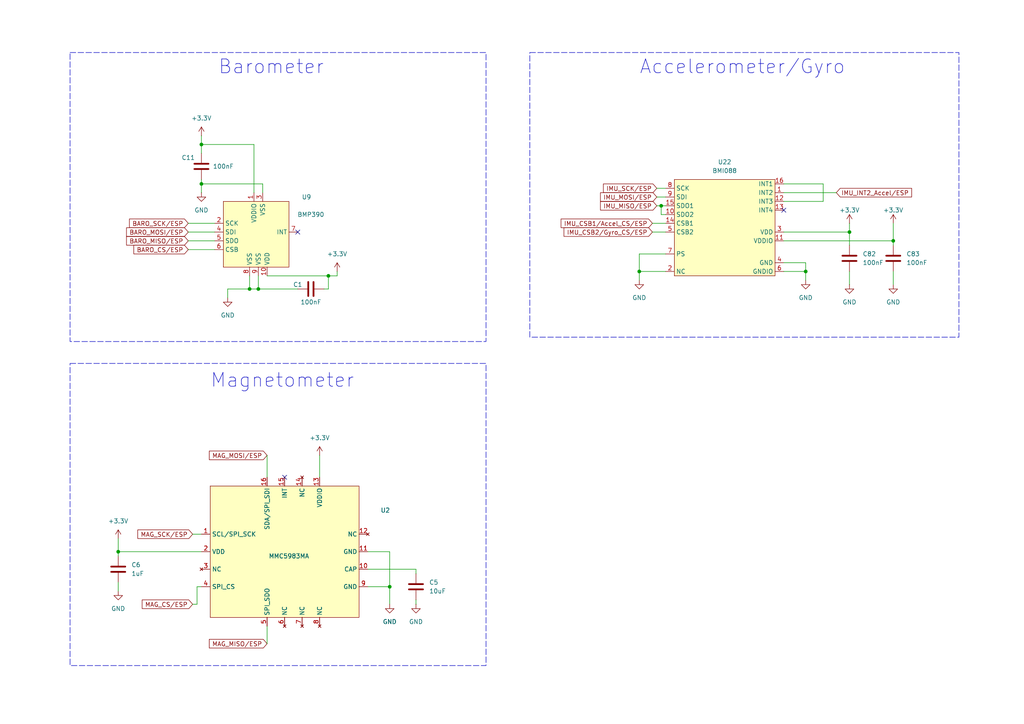
<source format=kicad_sch>
(kicad_sch
	(version 20231120)
	(generator "eeschema")
	(generator_version "8.0")
	(uuid "4f6b729e-62be-45f9-9f74-9c85d9cdfefc")
	(paper "A4")
	(title_block
		(title "General Purpose Avionics")
		(date "2024-03-17")
		(rev "B")
	)
	(lib_symbols
		(symbol "CustomLibrary:BMI088"
			(exclude_from_sim no)
			(in_bom yes)
			(on_board yes)
			(property "Reference" "U"
				(at 12.7 -19.05 0)
				(effects
					(font
						(size 1.27 1.27)
					)
				)
			)
			(property "Value" "BMI088"
				(at 0 -1.27 0)
				(effects
					(font
						(size 1.27 1.27)
					)
				)
			)
			(property "Footprint" "CustomFootprints:BMI088"
				(at 36.83 12.7 0)
				(effects
					(font
						(size 1.27 1.27)
					)
					(hide yes)
				)
			)
			(property "Datasheet" "https://www.bosch-sensortec.com/media/boschsensortec/downloads/datasheets/bst-bmi088-ds001.pdf"
				(at 16.51 17.78 0)
				(effects
					(font
						(size 1.27 1.27)
					)
					(hide yes)
				)
			)
			(property "Description" ""
				(at 0 0 0)
				(effects
					(font
						(size 1.27 1.27)
					)
					(hide yes)
				)
			)
			(property "Digikey" "https://www.digikey.in/en/products/detail/bosch-sensortec/BMI088/8634936"
				(at 2.54 15.24 0)
				(effects
					(font
						(size 1.27 1.27)
					)
					(hide yes)
				)
			)
			(symbol "BMI088_1_1"
				(rectangle
					(start -13.97 11.43)
					(end 15.24 -16.51)
					(stroke
						(width 0)
						(type default)
					)
					(fill
						(type background)
					)
				)
				(pin bidirectional line
					(at 17.78 7.62 180)
					(length 2.54)
					(name "INT2"
						(effects
							(font
								(size 1.27 1.27)
							)
						)
					)
					(number "1"
						(effects
							(font
								(size 1.27 1.27)
							)
						)
					)
				)
				(pin bidirectional line
					(at -16.51 1.27 0)
					(length 2.54)
					(name "SDO2"
						(effects
							(font
								(size 1.27 1.27)
							)
						)
					)
					(number "10"
						(effects
							(font
								(size 1.27 1.27)
							)
						)
					)
				)
				(pin power_in line
					(at 17.78 -6.35 180)
					(length 2.54)
					(name "VDDIO"
						(effects
							(font
								(size 1.27 1.27)
							)
						)
					)
					(number "11"
						(effects
							(font
								(size 1.27 1.27)
							)
						)
					)
				)
				(pin bidirectional line
					(at 17.78 5.08 180)
					(length 2.54)
					(name "INT3"
						(effects
							(font
								(size 1.27 1.27)
							)
						)
					)
					(number "12"
						(effects
							(font
								(size 1.27 1.27)
							)
						)
					)
				)
				(pin bidirectional line
					(at 17.78 2.54 180)
					(length 2.54)
					(name "INT4"
						(effects
							(font
								(size 1.27 1.27)
							)
						)
					)
					(number "13"
						(effects
							(font
								(size 1.27 1.27)
							)
						)
					)
				)
				(pin bidirectional line
					(at -16.51 -1.27 0)
					(length 2.54)
					(name "CSB1"
						(effects
							(font
								(size 1.27 1.27)
							)
						)
					)
					(number "14"
						(effects
							(font
								(size 1.27 1.27)
							)
						)
					)
				)
				(pin bidirectional line
					(at -16.51 3.81 0)
					(length 2.54)
					(name "SDO1"
						(effects
							(font
								(size 1.27 1.27)
							)
						)
					)
					(number "15"
						(effects
							(font
								(size 1.27 1.27)
							)
						)
					)
				)
				(pin bidirectional line
					(at 17.78 10.16 180)
					(length 2.54)
					(name "INT1"
						(effects
							(font
								(size 1.27 1.27)
							)
						)
					)
					(number "16"
						(effects
							(font
								(size 1.27 1.27)
							)
						)
					)
				)
				(pin bidirectional line
					(at -16.51 -15.24 0)
					(length 2.54)
					(name "NC"
						(effects
							(font
								(size 1.27 1.27)
							)
						)
					)
					(number "2"
						(effects
							(font
								(size 1.27 1.27)
							)
						)
					)
				)
				(pin power_in line
					(at 17.78 -3.81 180)
					(length 2.54)
					(name "VDD"
						(effects
							(font
								(size 1.27 1.27)
							)
						)
					)
					(number "3"
						(effects
							(font
								(size 1.27 1.27)
							)
						)
					)
				)
				(pin power_in line
					(at 17.78 -12.7 180)
					(length 2.54)
					(name "GND"
						(effects
							(font
								(size 1.27 1.27)
							)
						)
					)
					(number "4"
						(effects
							(font
								(size 1.27 1.27)
							)
						)
					)
				)
				(pin bidirectional line
					(at -16.51 -3.81 0)
					(length 2.54)
					(name "CSB2"
						(effects
							(font
								(size 1.27 1.27)
							)
						)
					)
					(number "5"
						(effects
							(font
								(size 1.27 1.27)
							)
						)
					)
				)
				(pin power_in line
					(at 17.78 -15.24 180)
					(length 2.54)
					(name "GNDIO"
						(effects
							(font
								(size 1.27 1.27)
							)
						)
					)
					(number "6"
						(effects
							(font
								(size 1.27 1.27)
							)
						)
					)
				)
				(pin bidirectional line
					(at -16.51 -10.16 0)
					(length 2.54)
					(name "PS"
						(effects
							(font
								(size 1.27 1.27)
							)
						)
					)
					(number "7"
						(effects
							(font
								(size 1.27 1.27)
							)
						)
					)
				)
				(pin bidirectional line
					(at -16.51 8.89 0)
					(length 2.54)
					(name "SCK"
						(effects
							(font
								(size 1.27 1.27)
							)
						)
					)
					(number "8"
						(effects
							(font
								(size 1.27 1.27)
							)
						)
					)
				)
				(pin bidirectional line
					(at -16.51 6.35 0)
					(length 2.54)
					(name "SDI"
						(effects
							(font
								(size 1.27 1.27)
							)
						)
					)
					(number "9"
						(effects
							(font
								(size 1.27 1.27)
							)
						)
					)
				)
			)
		)
		(symbol "CustomLibrary:BMP390"
			(exclude_from_sim no)
			(in_bom yes)
			(on_board yes)
			(property "Reference" "U"
				(at 10.16 -13.97 0)
				(effects
					(font
						(size 1.27 1.27)
					)
				)
			)
			(property "Value" "BMP390"
				(at 2.54 -3.81 0)
				(effects
					(font
						(size 1.27 1.27)
					)
				)
			)
			(property "Footprint" ""
				(at 0 0 0)
				(effects
					(font
						(size 1.27 1.27)
					)
					(hide yes)
				)
			)
			(property "Datasheet" "https://www.bosch-sensortec.com/media/boschsensortec/downloads/datasheets/bst-bmp390-ds002.pdf"
				(at 52.07 41.91 0)
				(effects
					(font
						(size 1.27 1.27)
					)
					(hide yes)
				)
			)
			(property "Description" ""
				(at 0 0 0)
				(effects
					(font
						(size 1.27 1.27)
					)
					(hide yes)
				)
			)
			(property "Digikey" "https://www.digikey.com/en/products/detail/bosch-sensortec/BMP390/16164575"
				(at 40.64 39.37 0)
				(effects
					(font
						(size 1.27 1.27)
					)
					(hide yes)
				)
			)
			(symbol "BMP390_1_1"
				(rectangle
					(start -7.62 6.35)
					(end 11.43 -12.7)
					(stroke
						(width 0)
						(type default)
					)
					(fill
						(type background)
					)
				)
				(pin power_in line
					(at 1.27 8.89 270)
					(length 2.54)
					(name "VDDIO"
						(effects
							(font
								(size 1.27 1.27)
							)
						)
					)
					(number "1"
						(effects
							(font
								(size 1.27 1.27)
							)
						)
					)
				)
				(pin power_in line
					(at 5.08 -15.24 90)
					(length 2.54)
					(name "VDD"
						(effects
							(font
								(size 1.27 1.27)
							)
						)
					)
					(number "10"
						(effects
							(font
								(size 1.27 1.27)
							)
						)
					)
				)
				(pin bidirectional line
					(at -10.16 0 0)
					(length 2.54)
					(name "SCK"
						(effects
							(font
								(size 1.27 1.27)
							)
						)
					)
					(number "2"
						(effects
							(font
								(size 1.27 1.27)
							)
						)
					)
				)
				(pin power_in line
					(at 3.81 8.89 270)
					(length 2.54)
					(name "VSS"
						(effects
							(font
								(size 1.27 1.27)
							)
						)
					)
					(number "3"
						(effects
							(font
								(size 1.27 1.27)
							)
						)
					)
				)
				(pin bidirectional line
					(at -10.16 -2.54 0)
					(length 2.54)
					(name "SDI"
						(effects
							(font
								(size 1.27 1.27)
							)
						)
					)
					(number "4"
						(effects
							(font
								(size 1.27 1.27)
							)
						)
					)
				)
				(pin bidirectional line
					(at -10.16 -5.08 0)
					(length 2.54)
					(name "SDO"
						(effects
							(font
								(size 1.27 1.27)
							)
						)
					)
					(number "5"
						(effects
							(font
								(size 1.27 1.27)
							)
						)
					)
				)
				(pin bidirectional line
					(at -10.16 -7.62 0)
					(length 2.54)
					(name "CSB"
						(effects
							(font
								(size 1.27 1.27)
							)
						)
					)
					(number "6"
						(effects
							(font
								(size 1.27 1.27)
							)
						)
					)
				)
				(pin bidirectional line
					(at 13.97 -2.54 180)
					(length 2.54)
					(name "INT"
						(effects
							(font
								(size 1.27 1.27)
							)
						)
					)
					(number "7"
						(effects
							(font
								(size 1.27 1.27)
							)
						)
					)
				)
				(pin power_in line
					(at 0 -15.24 90)
					(length 2.54)
					(name "VSS"
						(effects
							(font
								(size 1.27 1.27)
							)
						)
					)
					(number "8"
						(effects
							(font
								(size 1.27 1.27)
							)
						)
					)
				)
				(pin power_in line
					(at 2.54 -15.24 90)
					(length 2.54)
					(name "VSS"
						(effects
							(font
								(size 1.27 1.27)
							)
						)
					)
					(number "9"
						(effects
							(font
								(size 1.27 1.27)
							)
						)
					)
				)
			)
		)
		(symbol "CustomLibrary:MMC5983MA"
			(exclude_from_sim no)
			(in_bom yes)
			(on_board yes)
			(property "Reference" "U"
				(at 26.67 -25.4 0)
				(effects
					(font
						(size 1.27 1.27)
					)
				)
			)
			(property "Value" "MMC5983MA"
				(at 7.62 -6.35 0)
				(effects
					(font
						(size 1.27 1.27)
					)
				)
			)
			(property "Footprint" "CustomFootprints:MMC5983MA"
				(at 34.29 17.78 0)
				(effects
					(font
						(size 1.27 1.27)
					)
					(hide yes)
				)
			)
			(property "Datasheet" "https://mm.digikey.com/Volume0/opasdata/d220001/medias/docus/333/MMC5983MA_RevA_4-3-19.pdf"
				(at 2.54 29.21 0)
				(effects
					(font
						(size 1.27 1.27)
					)
					(hide yes)
				)
			)
			(property "Description" ""
				(at 0 0 0)
				(effects
					(font
						(size 1.27 1.27)
					)
					(hide yes)
				)
			)
			(property "Digikey" "https://www.digikey.in/en/products/detail/memsic-inc/MMC5983MA/10452795"
				(at 11.43 31.75 0)
				(effects
					(font
						(size 1.27 1.27)
					)
					(hide yes)
				)
			)
			(symbol "MMC5983MA_1_1"
				(rectangle
					(start -15.24 13.97)
					(end 27.94 -24.13)
					(stroke
						(width 0)
						(type default)
					)
					(fill
						(type background)
					)
				)
				(pin bidirectional line
					(at -17.78 0 0)
					(length 2.54)
					(name "SCL/SPI_SCK"
						(effects
							(font
								(size 1.27 1.27)
							)
						)
					)
					(number "1"
						(effects
							(font
								(size 1.27 1.27)
							)
						)
					)
				)
				(pin bidirectional line
					(at 30.48 -10.16 180)
					(length 2.54)
					(name "CAP"
						(effects
							(font
								(size 1.27 1.27)
							)
						)
					)
					(number "10"
						(effects
							(font
								(size 1.27 1.27)
							)
						)
					)
				)
				(pin power_in line
					(at 30.48 -5.08 180)
					(length 2.54)
					(name "GND"
						(effects
							(font
								(size 1.27 1.27)
							)
						)
					)
					(number "11"
						(effects
							(font
								(size 1.27 1.27)
							)
						)
					)
				)
				(pin no_connect line
					(at 30.48 0 180)
					(length 2.54)
					(name "NC"
						(effects
							(font
								(size 1.27 1.27)
							)
						)
					)
					(number "12"
						(effects
							(font
								(size 1.27 1.27)
							)
						)
					)
				)
				(pin power_in line
					(at 16.51 16.51 270)
					(length 2.54)
					(name "VDDIO"
						(effects
							(font
								(size 1.27 1.27)
							)
						)
					)
					(number "13"
						(effects
							(font
								(size 1.27 1.27)
							)
						)
					)
				)
				(pin no_connect line
					(at 11.43 16.51 270)
					(length 2.54)
					(name "NC"
						(effects
							(font
								(size 1.27 1.27)
							)
						)
					)
					(number "14"
						(effects
							(font
								(size 1.27 1.27)
							)
						)
					)
				)
				(pin bidirectional line
					(at 6.35 16.51 270)
					(length 2.54)
					(name "INT"
						(effects
							(font
								(size 1.27 1.27)
							)
						)
					)
					(number "15"
						(effects
							(font
								(size 1.27 1.27)
							)
						)
					)
				)
				(pin bidirectional line
					(at 1.27 16.51 270)
					(length 2.54)
					(name "SDA/SPI_SDI"
						(effects
							(font
								(size 1.27 1.27)
							)
						)
					)
					(number "16"
						(effects
							(font
								(size 1.27 1.27)
							)
						)
					)
				)
				(pin power_in line
					(at -17.78 -5.08 0)
					(length 2.54)
					(name "VDD"
						(effects
							(font
								(size 1.27 1.27)
							)
						)
					)
					(number "2"
						(effects
							(font
								(size 1.27 1.27)
							)
						)
					)
				)
				(pin no_connect line
					(at -17.78 -10.16 0)
					(length 2.54)
					(name "NC"
						(effects
							(font
								(size 1.27 1.27)
							)
						)
					)
					(number "3"
						(effects
							(font
								(size 1.27 1.27)
							)
						)
					)
				)
				(pin bidirectional line
					(at -17.78 -15.24 0)
					(length 2.54)
					(name "SPI_CS"
						(effects
							(font
								(size 1.27 1.27)
							)
						)
					)
					(number "4"
						(effects
							(font
								(size 1.27 1.27)
							)
						)
					)
				)
				(pin bidirectional line
					(at 1.27 -26.67 90)
					(length 2.54)
					(name "SPI_SDO"
						(effects
							(font
								(size 1.27 1.27)
							)
						)
					)
					(number "5"
						(effects
							(font
								(size 1.27 1.27)
							)
						)
					)
				)
				(pin no_connect line
					(at 6.35 -26.67 90)
					(length 2.54)
					(name "NC"
						(effects
							(font
								(size 1.27 1.27)
							)
						)
					)
					(number "6"
						(effects
							(font
								(size 1.27 1.27)
							)
						)
					)
				)
				(pin no_connect line
					(at 11.43 -26.67 90)
					(length 2.54)
					(name "NC"
						(effects
							(font
								(size 1.27 1.27)
							)
						)
					)
					(number "7"
						(effects
							(font
								(size 1.27 1.27)
							)
						)
					)
				)
				(pin no_connect line
					(at 16.51 -26.67 90)
					(length 2.54)
					(name "NC"
						(effects
							(font
								(size 1.27 1.27)
							)
						)
					)
					(number "8"
						(effects
							(font
								(size 1.27 1.27)
							)
						)
					)
				)
				(pin power_in line
					(at 30.48 -15.24 180)
					(length 2.54)
					(name "GND"
						(effects
							(font
								(size 1.27 1.27)
							)
						)
					)
					(number "9"
						(effects
							(font
								(size 1.27 1.27)
							)
						)
					)
				)
			)
		)
		(symbol "Device:C"
			(pin_numbers hide)
			(pin_names
				(offset 0.254)
			)
			(exclude_from_sim no)
			(in_bom yes)
			(on_board yes)
			(property "Reference" "C"
				(at 0.635 2.54 0)
				(effects
					(font
						(size 1.27 1.27)
					)
					(justify left)
				)
			)
			(property "Value" "C"
				(at 0.635 -2.54 0)
				(effects
					(font
						(size 1.27 1.27)
					)
					(justify left)
				)
			)
			(property "Footprint" ""
				(at 0.9652 -3.81 0)
				(effects
					(font
						(size 1.27 1.27)
					)
					(hide yes)
				)
			)
			(property "Datasheet" "~"
				(at 0 0 0)
				(effects
					(font
						(size 1.27 1.27)
					)
					(hide yes)
				)
			)
			(property "Description" "Unpolarized capacitor"
				(at 0 0 0)
				(effects
					(font
						(size 1.27 1.27)
					)
					(hide yes)
				)
			)
			(property "ki_keywords" "cap capacitor"
				(at 0 0 0)
				(effects
					(font
						(size 1.27 1.27)
					)
					(hide yes)
				)
			)
			(property "ki_fp_filters" "C_*"
				(at 0 0 0)
				(effects
					(font
						(size 1.27 1.27)
					)
					(hide yes)
				)
			)
			(symbol "C_0_1"
				(polyline
					(pts
						(xy -2.032 -0.762) (xy 2.032 -0.762)
					)
					(stroke
						(width 0.508)
						(type default)
					)
					(fill
						(type none)
					)
				)
				(polyline
					(pts
						(xy -2.032 0.762) (xy 2.032 0.762)
					)
					(stroke
						(width 0.508)
						(type default)
					)
					(fill
						(type none)
					)
				)
			)
			(symbol "C_1_1"
				(pin passive line
					(at 0 3.81 270)
					(length 2.794)
					(name "~"
						(effects
							(font
								(size 1.27 1.27)
							)
						)
					)
					(number "1"
						(effects
							(font
								(size 1.27 1.27)
							)
						)
					)
				)
				(pin passive line
					(at 0 -3.81 90)
					(length 2.794)
					(name "~"
						(effects
							(font
								(size 1.27 1.27)
							)
						)
					)
					(number "2"
						(effects
							(font
								(size 1.27 1.27)
							)
						)
					)
				)
			)
		)
		(symbol "power:+3.3V"
			(power)
			(pin_numbers hide)
			(pin_names
				(offset 0) hide)
			(exclude_from_sim no)
			(in_bom yes)
			(on_board yes)
			(property "Reference" "#PWR"
				(at 0 -3.81 0)
				(effects
					(font
						(size 1.27 1.27)
					)
					(hide yes)
				)
			)
			(property "Value" "+3.3V"
				(at 0 3.556 0)
				(effects
					(font
						(size 1.27 1.27)
					)
				)
			)
			(property "Footprint" ""
				(at 0 0 0)
				(effects
					(font
						(size 1.27 1.27)
					)
					(hide yes)
				)
			)
			(property "Datasheet" ""
				(at 0 0 0)
				(effects
					(font
						(size 1.27 1.27)
					)
					(hide yes)
				)
			)
			(property "Description" "Power symbol creates a global label with name \"+3.3V\""
				(at 0 0 0)
				(effects
					(font
						(size 1.27 1.27)
					)
					(hide yes)
				)
			)
			(property "ki_keywords" "global power"
				(at 0 0 0)
				(effects
					(font
						(size 1.27 1.27)
					)
					(hide yes)
				)
			)
			(symbol "+3.3V_0_1"
				(polyline
					(pts
						(xy -0.762 1.27) (xy 0 2.54)
					)
					(stroke
						(width 0)
						(type default)
					)
					(fill
						(type none)
					)
				)
				(polyline
					(pts
						(xy 0 0) (xy 0 2.54)
					)
					(stroke
						(width 0)
						(type default)
					)
					(fill
						(type none)
					)
				)
				(polyline
					(pts
						(xy 0 2.54) (xy 0.762 1.27)
					)
					(stroke
						(width 0)
						(type default)
					)
					(fill
						(type none)
					)
				)
			)
			(symbol "+3.3V_1_1"
				(pin power_in line
					(at 0 0 90)
					(length 0)
					(name "~"
						(effects
							(font
								(size 1.27 1.27)
							)
						)
					)
					(number "1"
						(effects
							(font
								(size 1.27 1.27)
							)
						)
					)
				)
			)
		)
		(symbol "power:GND"
			(power)
			(pin_numbers hide)
			(pin_names
				(offset 0) hide)
			(exclude_from_sim no)
			(in_bom yes)
			(on_board yes)
			(property "Reference" "#PWR"
				(at 0 -6.35 0)
				(effects
					(font
						(size 1.27 1.27)
					)
					(hide yes)
				)
			)
			(property "Value" "GND"
				(at 0 -3.81 0)
				(effects
					(font
						(size 1.27 1.27)
					)
				)
			)
			(property "Footprint" ""
				(at 0 0 0)
				(effects
					(font
						(size 1.27 1.27)
					)
					(hide yes)
				)
			)
			(property "Datasheet" ""
				(at 0 0 0)
				(effects
					(font
						(size 1.27 1.27)
					)
					(hide yes)
				)
			)
			(property "Description" "Power symbol creates a global label with name \"GND\" , ground"
				(at 0 0 0)
				(effects
					(font
						(size 1.27 1.27)
					)
					(hide yes)
				)
			)
			(property "ki_keywords" "global power"
				(at 0 0 0)
				(effects
					(font
						(size 1.27 1.27)
					)
					(hide yes)
				)
			)
			(symbol "GND_0_1"
				(polyline
					(pts
						(xy 0 0) (xy 0 -1.27) (xy 1.27 -1.27) (xy 0 -2.54) (xy -1.27 -1.27) (xy 0 -1.27)
					)
					(stroke
						(width 0)
						(type default)
					)
					(fill
						(type none)
					)
				)
			)
			(symbol "GND_1_1"
				(pin power_in line
					(at 0 0 270)
					(length 0)
					(name "~"
						(effects
							(font
								(size 1.27 1.27)
							)
						)
					)
					(number "1"
						(effects
							(font
								(size 1.27 1.27)
							)
						)
					)
				)
			)
		)
	)
	(junction
		(at 72.39 83.82)
		(diameter 0)
		(color 0 0 0 0)
		(uuid "0e0bcac3-62f9-4fe8-8717-66a8d9f0b2e1")
	)
	(junction
		(at 95.25 80.01)
		(diameter 0)
		(color 0 0 0 0)
		(uuid "0fcc2dfd-7c31-4e69-af26-e447db28afcf")
	)
	(junction
		(at 246.38 67.31)
		(diameter 0)
		(color 0 0 0 0)
		(uuid "1180318f-1738-4384-aea0-15506dd0d11a")
	)
	(junction
		(at 185.42 78.74)
		(diameter 0)
		(color 0 0 0 0)
		(uuid "1f25a2e2-38e9-4874-8364-fdfce2049029")
	)
	(junction
		(at 259.08 69.85)
		(diameter 0)
		(color 0 0 0 0)
		(uuid "3d92049f-7b6e-41f2-a354-05448a7860a3")
	)
	(junction
		(at 113.03 170.18)
		(diameter 0)
		(color 0 0 0 0)
		(uuid "47f4d3c9-3cbe-461c-b618-54b25a228d88")
	)
	(junction
		(at 74.93 83.82)
		(diameter 0)
		(color 0 0 0 0)
		(uuid "60a6e806-2f41-410d-a06f-1e9d99856430")
	)
	(junction
		(at 233.68 78.74)
		(diameter 0)
		(color 0 0 0 0)
		(uuid "7f75c77a-1eac-4ea0-a49e-ff37c71547e7")
	)
	(junction
		(at 58.42 53.34)
		(diameter 0)
		(color 0 0 0 0)
		(uuid "85f0d794-adc8-4629-b5d3-6a0e4696c7b3")
	)
	(junction
		(at 34.29 160.02)
		(diameter 0)
		(color 0 0 0 0)
		(uuid "911e95f0-f34d-478f-8771-a94b3b8b3efa")
	)
	(junction
		(at 58.42 41.91)
		(diameter 0)
		(color 0 0 0 0)
		(uuid "983f30fb-7c52-4189-8e79-c7c4c93a889d")
	)
	(junction
		(at 191.77 59.69)
		(diameter 0)
		(color 0 0 0 0)
		(uuid "e99707f5-2f48-46cc-be9d-452456e34008")
	)
	(no_connect
		(at 82.55 138.43)
		(uuid "ae3b96bd-29f1-4a8e-97d1-20a842155b21")
	)
	(no_connect
		(at 86.36 67.31)
		(uuid "cd87841d-1893-448b-bd30-8b03ca28c8f8")
	)
	(no_connect
		(at 227.33 60.96)
		(uuid "d10a7c36-cd54-4a25-b7ff-5ba353d43d6f")
	)
	(wire
		(pts
			(xy 66.04 83.82) (xy 72.39 83.82)
		)
		(stroke
			(width 0)
			(type default)
		)
		(uuid "009a7585-21f0-40ae-9a78-fb69c3ec366a")
	)
	(wire
		(pts
			(xy 95.25 83.82) (xy 93.98 83.82)
		)
		(stroke
			(width 0)
			(type default)
		)
		(uuid "01ce1714-7d79-4865-8b3b-b6353e6ca588")
	)
	(wire
		(pts
			(xy 238.76 58.42) (xy 227.33 58.42)
		)
		(stroke
			(width 0)
			(type default)
		)
		(uuid "09ab8e21-3ff5-4fc1-b520-6d95aa7bce38")
	)
	(wire
		(pts
			(xy 259.08 64.77) (xy 259.08 69.85)
		)
		(stroke
			(width 0)
			(type default)
		)
		(uuid "0a2ecd09-b52c-4760-9531-818a43c8a131")
	)
	(wire
		(pts
			(xy 77.47 181.61) (xy 77.47 186.69)
		)
		(stroke
			(width 0)
			(type default)
		)
		(uuid "0aa7270f-54b1-4b78-bc08-4605859f29b8")
	)
	(wire
		(pts
			(xy 73.66 41.91) (xy 58.42 41.91)
		)
		(stroke
			(width 0)
			(type default)
		)
		(uuid "0e3a935a-a705-46a3-925a-75a8753741b1")
	)
	(wire
		(pts
			(xy 227.33 78.74) (xy 233.68 78.74)
		)
		(stroke
			(width 0)
			(type default)
		)
		(uuid "0ffc5e96-5c59-4699-9e86-13c011ff24ed")
	)
	(wire
		(pts
			(xy 54.61 64.77) (xy 62.23 64.77)
		)
		(stroke
			(width 0)
			(type default)
		)
		(uuid "180a4162-afdc-423a-9043-b6b18d121482")
	)
	(wire
		(pts
			(xy 120.65 166.37) (xy 120.65 165.1)
		)
		(stroke
			(width 0)
			(type default)
		)
		(uuid "19996149-7f46-4946-b711-bed8deaa70fe")
	)
	(wire
		(pts
			(xy 58.42 53.34) (xy 58.42 55.88)
		)
		(stroke
			(width 0)
			(type default)
		)
		(uuid "19ae0c2f-c30a-409a-92ad-b33c7fa0e407")
	)
	(wire
		(pts
			(xy 193.04 62.23) (xy 191.77 62.23)
		)
		(stroke
			(width 0)
			(type default)
		)
		(uuid "1a285dab-3a86-4061-a0c6-35bea8d6de0c")
	)
	(wire
		(pts
			(xy 77.47 80.01) (xy 95.25 80.01)
		)
		(stroke
			(width 0)
			(type default)
		)
		(uuid "223c61e5-41cb-42da-9179-0f543deacb2b")
	)
	(wire
		(pts
			(xy 246.38 67.31) (xy 246.38 71.12)
		)
		(stroke
			(width 0)
			(type default)
		)
		(uuid "2402d973-2f98-4741-901b-f9d8d621be0d")
	)
	(wire
		(pts
			(xy 259.08 78.74) (xy 259.08 82.55)
		)
		(stroke
			(width 0)
			(type default)
		)
		(uuid "276159df-b7dd-49d6-a32e-3a4f3c9a04e1")
	)
	(wire
		(pts
			(xy 55.88 154.94) (xy 58.42 154.94)
		)
		(stroke
			(width 0)
			(type default)
		)
		(uuid "2bce9597-02c2-4dae-91cb-96cc56e2da85")
	)
	(wire
		(pts
			(xy 97.79 78.74) (xy 97.79 80.01)
		)
		(stroke
			(width 0)
			(type default)
		)
		(uuid "3de7ebcc-69a7-45e9-80f5-81c4ee13e4d8")
	)
	(wire
		(pts
			(xy 185.42 78.74) (xy 185.42 81.28)
		)
		(stroke
			(width 0)
			(type default)
		)
		(uuid "3e327a32-abea-4442-a52c-39b60d16c4ea")
	)
	(wire
		(pts
			(xy 34.29 160.02) (xy 58.42 160.02)
		)
		(stroke
			(width 0)
			(type default)
		)
		(uuid "41545e0c-d3a6-48e7-9bdc-52e53a7f6a33")
	)
	(wire
		(pts
			(xy 246.38 64.77) (xy 246.38 67.31)
		)
		(stroke
			(width 0)
			(type default)
		)
		(uuid "4695e7f8-078e-4bf0-b189-a0d9763c8bf6")
	)
	(wire
		(pts
			(xy 97.79 80.01) (xy 95.25 80.01)
		)
		(stroke
			(width 0)
			(type default)
		)
		(uuid "48dc2de4-7b7b-45b5-9d22-57d05f7c3e82")
	)
	(wire
		(pts
			(xy 76.2 53.34) (xy 58.42 53.34)
		)
		(stroke
			(width 0)
			(type default)
		)
		(uuid "4d9544da-dc5d-4018-ac09-f1cd0f1df680")
	)
	(wire
		(pts
			(xy 72.39 83.82) (xy 74.93 83.82)
		)
		(stroke
			(width 0)
			(type default)
		)
		(uuid "52e55a28-a8f6-4e92-b420-8585acc640b2")
	)
	(wire
		(pts
			(xy 191.77 62.23) (xy 191.77 59.69)
		)
		(stroke
			(width 0)
			(type default)
		)
		(uuid "54d3759d-6eba-4957-a9cb-696635c3e362")
	)
	(wire
		(pts
			(xy 233.68 78.74) (xy 233.68 81.28)
		)
		(stroke
			(width 0)
			(type default)
		)
		(uuid "56ce88f0-ef41-40c3-8863-130eddf4873c")
	)
	(wire
		(pts
			(xy 54.61 69.85) (xy 62.23 69.85)
		)
		(stroke
			(width 0)
			(type default)
		)
		(uuid "5753368d-5dc6-4d84-af96-f6bdc39ffb04")
	)
	(wire
		(pts
			(xy 227.33 69.85) (xy 259.08 69.85)
		)
		(stroke
			(width 0)
			(type default)
		)
		(uuid "60a552e2-9961-445f-82c7-701ce0830240")
	)
	(wire
		(pts
			(xy 233.68 76.2) (xy 233.68 78.74)
		)
		(stroke
			(width 0)
			(type default)
		)
		(uuid "62158011-c43a-43cf-b450-696d97c37741")
	)
	(wire
		(pts
			(xy 76.2 55.88) (xy 76.2 53.34)
		)
		(stroke
			(width 0)
			(type default)
		)
		(uuid "629c3df6-7045-466d-a73e-41897d3420c3")
	)
	(wire
		(pts
			(xy 227.33 67.31) (xy 246.38 67.31)
		)
		(stroke
			(width 0)
			(type default)
		)
		(uuid "66186df2-18d8-43bb-82d3-a28b62aa8b7a")
	)
	(wire
		(pts
			(xy 185.42 78.74) (xy 193.04 78.74)
		)
		(stroke
			(width 0)
			(type default)
		)
		(uuid "6a922230-4f27-449b-ba1e-f3dbe89151a3")
	)
	(wire
		(pts
			(xy 58.42 39.37) (xy 58.42 41.91)
		)
		(stroke
			(width 0)
			(type default)
		)
		(uuid "6c92e1f3-0c70-42ca-b501-72e189c1b832")
	)
	(wire
		(pts
			(xy 34.29 156.21) (xy 34.29 160.02)
		)
		(stroke
			(width 0)
			(type default)
		)
		(uuid "7151f2fe-cb7d-42fb-8258-ffb154430440")
	)
	(wire
		(pts
			(xy 190.5 59.69) (xy 191.77 59.69)
		)
		(stroke
			(width 0)
			(type default)
		)
		(uuid "769ff2c5-7af3-4a76-9585-c51f83802357")
	)
	(wire
		(pts
			(xy 259.08 69.85) (xy 259.08 71.12)
		)
		(stroke
			(width 0)
			(type default)
		)
		(uuid "771ea0ca-2973-41e2-8458-464ec0dc6d47")
	)
	(wire
		(pts
			(xy 74.93 83.82) (xy 86.36 83.82)
		)
		(stroke
			(width 0)
			(type default)
		)
		(uuid "80126def-8c26-4b2c-aea4-cfae6d7bf92c")
	)
	(wire
		(pts
			(xy 72.39 80.01) (xy 72.39 83.82)
		)
		(stroke
			(width 0)
			(type default)
		)
		(uuid "808e259c-6a22-4f58-a313-1de70eff4b68")
	)
	(wire
		(pts
			(xy 238.76 53.34) (xy 238.76 58.42)
		)
		(stroke
			(width 0)
			(type default)
		)
		(uuid "8782e9e1-bdd0-4196-96df-000eee5c1400")
	)
	(wire
		(pts
			(xy 58.42 41.91) (xy 58.42 44.45)
		)
		(stroke
			(width 0)
			(type default)
		)
		(uuid "997b8cec-1608-4830-8c48-906674a259c7")
	)
	(wire
		(pts
			(xy 73.66 55.88) (xy 73.66 41.91)
		)
		(stroke
			(width 0)
			(type default)
		)
		(uuid "9ad26621-d6c2-475c-9498-a5a3dd04b72a")
	)
	(wire
		(pts
			(xy 120.65 165.1) (xy 106.68 165.1)
		)
		(stroke
			(width 0)
			(type default)
		)
		(uuid "9d9f6333-fc56-479c-93b6-57e1c7fa2301")
	)
	(wire
		(pts
			(xy 113.03 160.02) (xy 106.68 160.02)
		)
		(stroke
			(width 0)
			(type default)
		)
		(uuid "9e0cb073-ff5e-4245-8813-bcfc6bdb6888")
	)
	(wire
		(pts
			(xy 54.61 72.39) (xy 62.23 72.39)
		)
		(stroke
			(width 0)
			(type default)
		)
		(uuid "a596b982-fa47-4bb3-9bb0-8602bacad779")
	)
	(wire
		(pts
			(xy 57.15 170.18) (xy 58.42 170.18)
		)
		(stroke
			(width 0)
			(type default)
		)
		(uuid "ac9a16cf-5742-4805-a6df-340f080bdab6")
	)
	(wire
		(pts
			(xy 185.42 73.66) (xy 185.42 78.74)
		)
		(stroke
			(width 0)
			(type default)
		)
		(uuid "adf4fc2a-7290-45a8-a87e-1acc55d717ac")
	)
	(wire
		(pts
			(xy 191.77 59.69) (xy 193.04 59.69)
		)
		(stroke
			(width 0)
			(type default)
		)
		(uuid "aed340b7-650b-4876-a471-d44d5b24e3ea")
	)
	(wire
		(pts
			(xy 34.29 168.91) (xy 34.29 171.45)
		)
		(stroke
			(width 0)
			(type default)
		)
		(uuid "b26edd43-3ac7-4da5-8f1b-f398a0eedeff")
	)
	(wire
		(pts
			(xy 227.33 55.88) (xy 242.57 55.88)
		)
		(stroke
			(width 0)
			(type default)
		)
		(uuid "b851194c-8460-4246-ac03-f7e8c9f40a12")
	)
	(wire
		(pts
			(xy 77.47 132.08) (xy 77.47 138.43)
		)
		(stroke
			(width 0)
			(type default)
		)
		(uuid "be828015-00de-4e2b-92a3-ffa58b69c0d4")
	)
	(wire
		(pts
			(xy 113.03 170.18) (xy 113.03 160.02)
		)
		(stroke
			(width 0)
			(type default)
		)
		(uuid "c0d861f3-ebd2-4ddf-b85b-a42b80b24965")
	)
	(wire
		(pts
			(xy 92.71 132.08) (xy 92.71 138.43)
		)
		(stroke
			(width 0)
			(type default)
		)
		(uuid "c29bdff6-2bc0-4c10-bd38-3e627872f38b")
	)
	(wire
		(pts
			(xy 246.38 78.74) (xy 246.38 82.55)
		)
		(stroke
			(width 0)
			(type default)
		)
		(uuid "c8235542-051f-45d5-ba02-f1708c8a54e4")
	)
	(wire
		(pts
			(xy 106.68 170.18) (xy 113.03 170.18)
		)
		(stroke
			(width 0)
			(type default)
		)
		(uuid "ca7c09bc-0835-4c6a-b745-ce7f78d892c9")
	)
	(wire
		(pts
			(xy 95.25 80.01) (xy 95.25 83.82)
		)
		(stroke
			(width 0)
			(type default)
		)
		(uuid "cdd0bbf1-7de5-40fa-9d71-17e1a8c367a6")
	)
	(wire
		(pts
			(xy 227.33 76.2) (xy 233.68 76.2)
		)
		(stroke
			(width 0)
			(type default)
		)
		(uuid "ce0f726a-3215-40f4-af45-b40e7f3b1ecc")
	)
	(wire
		(pts
			(xy 57.15 175.26) (xy 57.15 170.18)
		)
		(stroke
			(width 0)
			(type default)
		)
		(uuid "d4f8326c-176d-4674-940d-5aeb6e1e8fca")
	)
	(wire
		(pts
			(xy 189.23 67.31) (xy 193.04 67.31)
		)
		(stroke
			(width 0)
			(type default)
		)
		(uuid "d5332a18-159f-4fd9-b804-14098b0a0823")
	)
	(wire
		(pts
			(xy 58.42 53.34) (xy 58.42 52.07)
		)
		(stroke
			(width 0)
			(type default)
		)
		(uuid "d6e4deeb-2221-434d-b639-4dec5730acda")
	)
	(wire
		(pts
			(xy 54.61 67.31) (xy 62.23 67.31)
		)
		(stroke
			(width 0)
			(type default)
		)
		(uuid "d8fe68d8-8101-40e7-ac14-f17061d339bc")
	)
	(wire
		(pts
			(xy 193.04 73.66) (xy 185.42 73.66)
		)
		(stroke
			(width 0)
			(type default)
		)
		(uuid "da08202c-46c7-46b4-9be5-9ca544fc23c6")
	)
	(wire
		(pts
			(xy 66.04 86.36) (xy 66.04 83.82)
		)
		(stroke
			(width 0)
			(type default)
		)
		(uuid "e0e75226-8b0e-4581-a51f-a9033d15bc0a")
	)
	(wire
		(pts
			(xy 190.5 57.15) (xy 193.04 57.15)
		)
		(stroke
			(width 0)
			(type default)
		)
		(uuid "e79d6a97-8d58-49fb-8ae7-e973154ffaa8")
	)
	(wire
		(pts
			(xy 120.65 173.99) (xy 120.65 175.26)
		)
		(stroke
			(width 0)
			(type default)
		)
		(uuid "e7e87269-128b-4c8d-805d-22dbb5d876ef")
	)
	(wire
		(pts
			(xy 227.33 53.34) (xy 238.76 53.34)
		)
		(stroke
			(width 0)
			(type default)
		)
		(uuid "eb0bf2bd-b7c0-4a99-9bc5-0dc20dd45120")
	)
	(wire
		(pts
			(xy 55.88 175.26) (xy 57.15 175.26)
		)
		(stroke
			(width 0)
			(type default)
		)
		(uuid "ef8ff162-c4a4-4931-b652-213ea690c860")
	)
	(wire
		(pts
			(xy 113.03 175.26) (xy 113.03 170.18)
		)
		(stroke
			(width 0)
			(type default)
		)
		(uuid "f17ed1f4-6c5f-4d93-99ec-031122e332de")
	)
	(wire
		(pts
			(xy 34.29 161.29) (xy 34.29 160.02)
		)
		(stroke
			(width 0)
			(type default)
		)
		(uuid "f2156be4-545d-47ff-ac5d-57315d1d1107")
	)
	(wire
		(pts
			(xy 190.5 54.61) (xy 193.04 54.61)
		)
		(stroke
			(width 0)
			(type default)
		)
		(uuid "f4343407-7769-44b5-88d9-66c2d40713b0")
	)
	(wire
		(pts
			(xy 74.93 80.01) (xy 74.93 83.82)
		)
		(stroke
			(width 0)
			(type default)
		)
		(uuid "fb918ba8-c394-4c75-9791-589c6fd0ef00")
	)
	(wire
		(pts
			(xy 189.23 64.77) (xy 193.04 64.77)
		)
		(stroke
			(width 0)
			(type default)
		)
		(uuid "fdd8932c-36c9-42ad-8690-77eb20f2cbab")
	)
	(rectangle
		(start 20.32 15.24)
		(end 140.97 99.06)
		(stroke
			(width 0)
			(type dash)
		)
		(fill
			(type none)
		)
		(uuid 17c477ab-9654-4341-8dda-3f76564e1ae2)
	)
	(rectangle
		(start 153.67 15.24)
		(end 278.13 97.79)
		(stroke
			(width 0)
			(type dash)
		)
		(fill
			(type none)
		)
		(uuid 8f17660b-6127-4de8-b1fd-7a27d3fec285)
	)
	(rectangle
		(start 20.32 105.41)
		(end 140.97 193.04)
		(stroke
			(width 0)
			(type dash)
		)
		(fill
			(type none)
		)
		(uuid c77acb8a-169a-4de2-92e4-2bd0075ada7d)
	)
	(text "Accelerometer/Gyro"
		(exclude_from_sim no)
		(at 185.42 21.844 0)
		(effects
			(font
				(size 4 4)
			)
			(justify left bottom)
		)
		(uuid "0bbdf5ee-dc09-4bd2-b635-8670ec6820ce")
	)
	(text "Magnetometer"
		(exclude_from_sim no)
		(at 60.96 112.776 0)
		(effects
			(font
				(size 4 4)
			)
			(justify left bottom)
		)
		(uuid "4a5fe8f0-1504-4d5c-a9e1-2973518405fb")
	)
	(text "Barometer"
		(exclude_from_sim no)
		(at 63.246 21.844 0)
		(effects
			(font
				(size 4 4)
			)
			(justify left bottom)
		)
		(uuid "6f4a3279-d42b-4576-ad68-8ba5a44d7bc7")
	)
	(text "Barometer + Magnetometer + Accelerometer/Gyro\n+ High G Accelerometer"
		(exclude_from_sim no)
		(at 43.434 -6.096 0)
		(effects
			(font
				(size 4 4)
			)
			(justify left bottom)
		)
		(uuid "dd15ca59-7ea0-499b-aacb-5133ebc1f45c")
	)
	(global_label "BARO_SCK{slash}ESP"
		(shape input)
		(at 54.61 64.77 180)
		(fields_autoplaced yes)
		(effects
			(font
				(size 1.27 1.27)
			)
			(justify right)
		)
		(uuid "0b713341-babb-4b28-aba1-2ae456cb4c90")
		(property "Intersheetrefs" "${INTERSHEET_REFS}"
			(at 36.9896 64.77 0)
			(effects
				(font
					(size 1.27 1.27)
				)
				(justify right)
				(hide yes)
			)
		)
	)
	(global_label "MAG_CS{slash}ESP"
		(shape input)
		(at 55.88 175.26 180)
		(fields_autoplaced yes)
		(effects
			(font
				(size 1.27 1.27)
			)
			(justify right)
		)
		(uuid "0b899b71-fb0f-493e-8f00-db3b3866576b")
		(property "Intersheetrefs" "${INTERSHEET_REFS}"
			(at 40.6787 175.26 0)
			(effects
				(font
					(size 1.27 1.27)
				)
				(justify right)
				(hide yes)
			)
		)
	)
	(global_label "IMU_CSB1{slash}Accel_CS{slash}ESP"
		(shape input)
		(at 189.23 64.77 180)
		(fields_autoplaced yes)
		(effects
			(font
				(size 1.27 1.27)
			)
			(justify right)
		)
		(uuid "2d2f1323-4739-4f87-8a35-8871dc8f74d4")
		(property "Intersheetrefs" "${INTERSHEET_REFS}"
			(at 162.1753 64.77 0)
			(effects
				(font
					(size 1.27 1.27)
				)
				(justify right)
				(hide yes)
			)
		)
	)
	(global_label "IMU_INT2_Accel{slash}ESP"
		(shape input)
		(at 242.57 55.88 0)
		(fields_autoplaced yes)
		(effects
			(font
				(size 1.27 1.27)
			)
			(justify left)
		)
		(uuid "3709a29e-1540-4677-906e-67b4cf56ced5")
		(property "Intersheetrefs" "${INTERSHEET_REFS}"
			(at 264.9681 55.88 0)
			(effects
				(font
					(size 1.27 1.27)
				)
				(justify left)
				(hide yes)
			)
		)
	)
	(global_label "IMU_MOSI{slash}ESP"
		(shape input)
		(at 190.5 57.15 180)
		(fields_autoplaced yes)
		(effects
			(font
				(size 1.27 1.27)
			)
			(justify right)
		)
		(uuid "4dc4cd87-4fcf-4b99-a9ad-88291f1a27b4")
		(property "Intersheetrefs" "${INTERSHEET_REFS}"
			(at 173.6053 57.15 0)
			(effects
				(font
					(size 1.27 1.27)
				)
				(justify right)
				(hide yes)
			)
		)
	)
	(global_label "BARO_MISO{slash}ESP"
		(shape input)
		(at 54.61 69.85 180)
		(fields_autoplaced yes)
		(effects
			(font
				(size 1.27 1.27)
			)
			(justify right)
		)
		(uuid "54b31924-50a9-445d-a8d2-5282633af70e")
		(property "Intersheetrefs" "${INTERSHEET_REFS}"
			(at 36.1429 69.85 0)
			(effects
				(font
					(size 1.27 1.27)
				)
				(justify right)
				(hide yes)
			)
		)
	)
	(global_label "MAG_SCK{slash}ESP"
		(shape input)
		(at 55.88 154.94 180)
		(fields_autoplaced yes)
		(effects
			(font
				(size 1.27 1.27)
			)
			(justify right)
		)
		(uuid "6dbe93bf-4cca-4cc3-adf5-007140373d3b")
		(property "Intersheetrefs" "${INTERSHEET_REFS}"
			(at 39.4087 154.94 0)
			(effects
				(font
					(size 1.27 1.27)
				)
				(justify right)
				(hide yes)
			)
		)
	)
	(global_label "IMU_MISO{slash}ESP"
		(shape input)
		(at 190.5 59.69 180)
		(fields_autoplaced yes)
		(effects
			(font
				(size 1.27 1.27)
			)
			(justify right)
		)
		(uuid "7a1f03c5-deee-4408-ab30-2e1daaf441ff")
		(property "Intersheetrefs" "${INTERSHEET_REFS}"
			(at 173.6053 59.69 0)
			(effects
				(font
					(size 1.27 1.27)
				)
				(justify right)
				(hide yes)
			)
		)
	)
	(global_label "BARO_CS{slash}ESP"
		(shape input)
		(at 54.61 72.39 180)
		(fields_autoplaced yes)
		(effects
			(font
				(size 1.27 1.27)
			)
			(justify right)
		)
		(uuid "914497de-cb6b-495f-af6d-3d239e3c9bdc")
		(property "Intersheetrefs" "${INTERSHEET_REFS}"
			(at 38.2596 72.39 0)
			(effects
				(font
					(size 1.27 1.27)
				)
				(justify right)
				(hide yes)
			)
		)
	)
	(global_label "BARO_MOSI{slash}ESP"
		(shape input)
		(at 54.61 67.31 180)
		(fields_autoplaced yes)
		(effects
			(font
				(size 1.27 1.27)
			)
			(justify right)
		)
		(uuid "ca76dd75-9726-4524-ab9e-0aa1d3dcc11b")
		(property "Intersheetrefs" "${INTERSHEET_REFS}"
			(at 36.1429 67.31 0)
			(effects
				(font
					(size 1.27 1.27)
				)
				(justify right)
				(hide yes)
			)
		)
	)
	(global_label "MAG_MISO{slash}ESP"
		(shape input)
		(at 77.47 186.69 180)
		(fields_autoplaced yes)
		(effects
			(font
				(size 1.27 1.27)
			)
			(justify right)
		)
		(uuid "cef089b2-419c-4cac-91c5-f418e1b2db77")
		(property "Intersheetrefs" "${INTERSHEET_REFS}"
			(at 60.152 186.69 0)
			(effects
				(font
					(size 1.27 1.27)
				)
				(justify right)
				(hide yes)
			)
		)
	)
	(global_label "MAG_MOSI{slash}ESP"
		(shape input)
		(at 77.47 132.08 180)
		(fields_autoplaced yes)
		(effects
			(font
				(size 1.27 1.27)
			)
			(justify right)
		)
		(uuid "d2baccd0-9e32-4e4f-8d22-ae63c7dd536e")
		(property "Intersheetrefs" "${INTERSHEET_REFS}"
			(at 60.152 132.08 0)
			(effects
				(font
					(size 1.27 1.27)
				)
				(justify right)
				(hide yes)
			)
		)
	)
	(global_label "IMU_SCK{slash}ESP"
		(shape input)
		(at 190.5 54.61 180)
		(fields_autoplaced yes)
		(effects
			(font
				(size 1.27 1.27)
			)
			(justify right)
		)
		(uuid "db89109a-abe2-4470-8fae-eacd6f9f92bc")
		(property "Intersheetrefs" "${INTERSHEET_REFS}"
			(at 174.452 54.61 0)
			(effects
				(font
					(size 1.27 1.27)
				)
				(justify right)
				(hide yes)
			)
		)
	)
	(global_label "IMU_CSB2{slash}Gyro_CS{slash}ESP"
		(shape input)
		(at 189.23 67.31 180)
		(fields_autoplaced yes)
		(effects
			(font
				(size 1.27 1.27)
			)
			(justify right)
		)
		(uuid "f32803a2-cbe5-47a3-a5d6-2cad52c5f044")
		(property "Intersheetrefs" "${INTERSHEET_REFS}"
			(at 163.0221 67.31 0)
			(effects
				(font
					(size 1.27 1.27)
				)
				(justify right)
				(hide yes)
			)
		)
	)
	(symbol
		(lib_id "power:GND")
		(at 185.42 81.28 0)
		(unit 1)
		(exclude_from_sim no)
		(in_bom yes)
		(on_board yes)
		(dnp no)
		(fields_autoplaced yes)
		(uuid "04e5e38c-eb45-4629-8567-17e5380609f9")
		(property "Reference" "#PWR065"
			(at 185.42 87.63 0)
			(effects
				(font
					(size 1.27 1.27)
				)
				(hide yes)
			)
		)
		(property "Value" "GND"
			(at 185.42 86.36 0)
			(effects
				(font
					(size 1.27 1.27)
				)
			)
		)
		(property "Footprint" ""
			(at 185.42 81.28 0)
			(effects
				(font
					(size 1.27 1.27)
				)
				(hide yes)
			)
		)
		(property "Datasheet" ""
			(at 185.42 81.28 0)
			(effects
				(font
					(size 1.27 1.27)
				)
				(hide yes)
			)
		)
		(property "Description" "Power symbol creates a global label with name \"GND\" , ground"
			(at 185.42 81.28 0)
			(effects
				(font
					(size 1.27 1.27)
				)
				(hide yes)
			)
		)
		(pin "1"
			(uuid "60ba2f99-713f-4895-a151-7a82e0b6f6c2")
		)
		(instances
			(project "FlightPCB"
				(path "/5b2dc117-dab4-41cc-8dc1-4f45decf8437/643e7afa-48b3-4748-b981-1b2c6fe6c752"
					(reference "#PWR065")
					(unit 1)
				)
			)
		)
	)
	(symbol
		(lib_id "power:+3.3V")
		(at 58.42 39.37 0)
		(unit 1)
		(exclude_from_sim no)
		(in_bom yes)
		(on_board yes)
		(dnp no)
		(fields_autoplaced yes)
		(uuid "0cb0b23b-b6c8-40be-b59d-185b512389cf")
		(property "Reference" "#PWR0132"
			(at 58.42 43.18 0)
			(effects
				(font
					(size 1.27 1.27)
				)
				(hide yes)
			)
		)
		(property "Value" "+3.3V"
			(at 58.42 34.29 0)
			(effects
				(font
					(size 1.27 1.27)
				)
			)
		)
		(property "Footprint" ""
			(at 58.42 39.37 0)
			(effects
				(font
					(size 1.27 1.27)
				)
				(hide yes)
			)
		)
		(property "Datasheet" ""
			(at 58.42 39.37 0)
			(effects
				(font
					(size 1.27 1.27)
				)
				(hide yes)
			)
		)
		(property "Description" "Power symbol creates a global label with name \"+3.3V\""
			(at 58.42 39.37 0)
			(effects
				(font
					(size 1.27 1.27)
				)
				(hide yes)
			)
		)
		(pin "1"
			(uuid "35fceb26-0050-48b0-a8fc-abf97e484a78")
		)
		(instances
			(project "FlightPCB"
				(path "/5b2dc117-dab4-41cc-8dc1-4f45decf8437/643e7afa-48b3-4748-b981-1b2c6fe6c752"
					(reference "#PWR0132")
					(unit 1)
				)
			)
		)
	)
	(symbol
		(lib_id "Device:C")
		(at 90.17 83.82 90)
		(unit 1)
		(exclude_from_sim no)
		(in_bom yes)
		(on_board yes)
		(dnp no)
		(uuid "16fc5f77-ef42-4e73-a811-2d04352efc32")
		(property "Reference" "C1"
			(at 86.36 82.55 90)
			(effects
				(font
					(size 1.27 1.27)
				)
			)
		)
		(property "Value" "100nF"
			(at 90.17 87.63 90)
			(effects
				(font
					(size 1.27 1.27)
				)
			)
		)
		(property "Footprint" "Capacitor_SMD:C_0603_1608Metric"
			(at 93.98 82.8548 0)
			(effects
				(font
					(size 1.27 1.27)
				)
				(hide yes)
			)
		)
		(property "Datasheet" "~"
			(at 90.17 83.82 0)
			(effects
				(font
					(size 1.27 1.27)
				)
				(hide yes)
			)
		)
		(property "Description" "Unpolarized capacitor"
			(at 90.17 83.82 0)
			(effects
				(font
					(size 1.27 1.27)
				)
				(hide yes)
			)
		)
		(property "Height" ""
			(at 90.17 83.82 0)
			(effects
				(font
					(size 1.27 1.27)
				)
				(hide yes)
			)
		)
		(property "Manufacturer_Name" ""
			(at 90.17 83.82 0)
			(effects
				(font
					(size 1.27 1.27)
				)
				(hide yes)
			)
		)
		(property "Manufacturer_Part_Number" ""
			(at 90.17 83.82 0)
			(effects
				(font
					(size 1.27 1.27)
				)
				(hide yes)
			)
		)
		(property "Mouser Part Number" ""
			(at 90.17 83.82 0)
			(effects
				(font
					(size 1.27 1.27)
				)
				(hide yes)
			)
		)
		(property "Mouser Price/Stock" ""
			(at 90.17 83.82 0)
			(effects
				(font
					(size 1.27 1.27)
				)
				(hide yes)
			)
		)
		(pin "1"
			(uuid "b3c076bf-67f6-4fa9-a01a-78831b3b6303")
		)
		(pin "2"
			(uuid "78c8e8b9-0bf8-4dad-91f6-1a7bbb487646")
		)
		(instances
			(project "FlightPCB"
				(path "/5b2dc117-dab4-41cc-8dc1-4f45decf8437/643e7afa-48b3-4748-b981-1b2c6fe6c752"
					(reference "C1")
					(unit 1)
				)
			)
		)
	)
	(symbol
		(lib_id "power:GND")
		(at 66.04 86.36 0)
		(unit 1)
		(exclude_from_sim no)
		(in_bom yes)
		(on_board yes)
		(dnp no)
		(fields_autoplaced yes)
		(uuid "205ffa69-2ef8-420e-b2fe-88104ebca053")
		(property "Reference" "#PWR0130"
			(at 66.04 92.71 0)
			(effects
				(font
					(size 1.27 1.27)
				)
				(hide yes)
			)
		)
		(property "Value" "GND"
			(at 66.04 91.44 0)
			(effects
				(font
					(size 1.27 1.27)
				)
			)
		)
		(property "Footprint" ""
			(at 66.04 86.36 0)
			(effects
				(font
					(size 1.27 1.27)
				)
				(hide yes)
			)
		)
		(property "Datasheet" ""
			(at 66.04 86.36 0)
			(effects
				(font
					(size 1.27 1.27)
				)
				(hide yes)
			)
		)
		(property "Description" "Power symbol creates a global label with name \"GND\" , ground"
			(at 66.04 86.36 0)
			(effects
				(font
					(size 1.27 1.27)
				)
				(hide yes)
			)
		)
		(pin "1"
			(uuid "2f7de97b-535a-4b8e-a1d0-16ca20cbfa24")
		)
		(instances
			(project "FlightPCB"
				(path "/5b2dc117-dab4-41cc-8dc1-4f45decf8437/643e7afa-48b3-4748-b981-1b2c6fe6c752"
					(reference "#PWR0130")
					(unit 1)
				)
			)
		)
	)
	(symbol
		(lib_id "power:GND")
		(at 259.08 82.55 0)
		(unit 1)
		(exclude_from_sim no)
		(in_bom yes)
		(on_board yes)
		(dnp no)
		(fields_autoplaced yes)
		(uuid "39deeddf-8344-475b-a176-572771560f51")
		(property "Reference" "#PWR071"
			(at 259.08 88.9 0)
			(effects
				(font
					(size 1.27 1.27)
				)
				(hide yes)
			)
		)
		(property "Value" "GND"
			(at 259.08 87.63 0)
			(effects
				(font
					(size 1.27 1.27)
				)
			)
		)
		(property "Footprint" ""
			(at 259.08 82.55 0)
			(effects
				(font
					(size 1.27 1.27)
				)
				(hide yes)
			)
		)
		(property "Datasheet" ""
			(at 259.08 82.55 0)
			(effects
				(font
					(size 1.27 1.27)
				)
				(hide yes)
			)
		)
		(property "Description" "Power symbol creates a global label with name \"GND\" , ground"
			(at 259.08 82.55 0)
			(effects
				(font
					(size 1.27 1.27)
				)
				(hide yes)
			)
		)
		(pin "1"
			(uuid "c4c39621-1c58-4554-bee8-1bcd38debd4f")
		)
		(instances
			(project "FlightPCB"
				(path "/5b2dc117-dab4-41cc-8dc1-4f45decf8437/643e7afa-48b3-4748-b981-1b2c6fe6c752"
					(reference "#PWR071")
					(unit 1)
				)
			)
		)
	)
	(symbol
		(lib_id "power:+3.3V")
		(at 97.79 78.74 0)
		(unit 1)
		(exclude_from_sim no)
		(in_bom yes)
		(on_board yes)
		(dnp no)
		(fields_autoplaced yes)
		(uuid "4f39f01f-ecdc-4b85-bffb-ef379c28c04b")
		(property "Reference" "#PWR0131"
			(at 97.79 82.55 0)
			(effects
				(font
					(size 1.27 1.27)
				)
				(hide yes)
			)
		)
		(property "Value" "+3.3V"
			(at 97.79 73.66 0)
			(effects
				(font
					(size 1.27 1.27)
				)
			)
		)
		(property "Footprint" ""
			(at 97.79 78.74 0)
			(effects
				(font
					(size 1.27 1.27)
				)
				(hide yes)
			)
		)
		(property "Datasheet" ""
			(at 97.79 78.74 0)
			(effects
				(font
					(size 1.27 1.27)
				)
				(hide yes)
			)
		)
		(property "Description" "Power symbol creates a global label with name \"+3.3V\""
			(at 97.79 78.74 0)
			(effects
				(font
					(size 1.27 1.27)
				)
				(hide yes)
			)
		)
		(pin "1"
			(uuid "b4e05422-fc1b-4491-a5a0-0d1afab74433")
		)
		(instances
			(project "FlightPCB"
				(path "/5b2dc117-dab4-41cc-8dc1-4f45decf8437/643e7afa-48b3-4748-b981-1b2c6fe6c752"
					(reference "#PWR0131")
					(unit 1)
				)
			)
		)
	)
	(symbol
		(lib_id "power:+3.3V")
		(at 246.38 64.77 0)
		(unit 1)
		(exclude_from_sim no)
		(in_bom yes)
		(on_board yes)
		(dnp no)
		(uuid "65771624-aa3d-407e-9f1a-8a8bfea0d39d")
		(property "Reference" "#PWR068"
			(at 246.38 68.58 0)
			(effects
				(font
					(size 1.27 1.27)
				)
				(hide yes)
			)
		)
		(property "Value" "+3.3V"
			(at 246.38 60.96 0)
			(effects
				(font
					(size 1.27 1.27)
				)
			)
		)
		(property "Footprint" ""
			(at 246.38 64.77 0)
			(effects
				(font
					(size 1.27 1.27)
				)
				(hide yes)
			)
		)
		(property "Datasheet" ""
			(at 246.38 64.77 0)
			(effects
				(font
					(size 1.27 1.27)
				)
				(hide yes)
			)
		)
		(property "Description" "Power symbol creates a global label with name \"+3.3V\""
			(at 246.38 64.77 0)
			(effects
				(font
					(size 1.27 1.27)
				)
				(hide yes)
			)
		)
		(pin "1"
			(uuid "3c77417d-ac1a-4f5f-b034-8b393945ca4b")
		)
		(instances
			(project "FlightPCB"
				(path "/5b2dc117-dab4-41cc-8dc1-4f45decf8437/643e7afa-48b3-4748-b981-1b2c6fe6c752"
					(reference "#PWR068")
					(unit 1)
				)
			)
		)
	)
	(symbol
		(lib_id "CustomLibrary:BMI088")
		(at 209.55 63.5 0)
		(unit 1)
		(exclude_from_sim no)
		(in_bom yes)
		(on_board yes)
		(dnp no)
		(fields_autoplaced yes)
		(uuid "752062c9-0ea7-44de-897a-65be378bbe01")
		(property "Reference" "U22"
			(at 210.185 46.99 0)
			(effects
				(font
					(size 1.27 1.27)
				)
			)
		)
		(property "Value" "BMI088"
			(at 210.185 49.53 0)
			(effects
				(font
					(size 1.27 1.27)
				)
			)
		)
		(property "Footprint" "CustomFootprints:BMI088"
			(at 246.38 50.8 0)
			(effects
				(font
					(size 1.27 1.27)
				)
				(hide yes)
			)
		)
		(property "Datasheet" "https://www.bosch-sensortec.com/media/boschsensortec/downloads/datasheets/bst-bmi088-ds001.pdf"
			(at 226.06 45.72 0)
			(effects
				(font
					(size 1.27 1.27)
				)
				(hide yes)
			)
		)
		(property "Description" ""
			(at 209.55 63.5 0)
			(effects
				(font
					(size 1.27 1.27)
				)
				(hide yes)
			)
		)
		(property "Digikey" "https://www.digikey.in/en/products/detail/bosch-sensortec/BMI088/8634936"
			(at 212.09 48.26 0)
			(effects
				(font
					(size 1.27 1.27)
				)
				(hide yes)
			)
		)
		(property "Height" ""
			(at 209.55 63.5 0)
			(effects
				(font
					(size 1.27 1.27)
				)
				(hide yes)
			)
		)
		(property "Manufacturer_Name" ""
			(at 209.55 63.5 0)
			(effects
				(font
					(size 1.27 1.27)
				)
				(hide yes)
			)
		)
		(property "Manufacturer_Part_Number" ""
			(at 209.55 63.5 0)
			(effects
				(font
					(size 1.27 1.27)
				)
				(hide yes)
			)
		)
		(property "Mouser Part Number" ""
			(at 209.55 63.5 0)
			(effects
				(font
					(size 1.27 1.27)
				)
				(hide yes)
			)
		)
		(property "Mouser Price/Stock" ""
			(at 209.55 63.5 0)
			(effects
				(font
					(size 1.27 1.27)
				)
				(hide yes)
			)
		)
		(pin "4"
			(uuid "e6edc853-823e-4c0f-a748-cddf3e6c70bf")
		)
		(pin "12"
			(uuid "b09c2756-2a36-478e-8360-1a078a311f46")
		)
		(pin "11"
			(uuid "2f97a51c-73f2-442f-8614-b15378f3a9bd")
		)
		(pin "7"
			(uuid "494c0ea7-0261-4add-b952-cd29d6986652")
		)
		(pin "5"
			(uuid "81f29f87-1df5-436a-895f-39f3e7e11949")
		)
		(pin "15"
			(uuid "e32f0c36-6246-4ea5-9d5f-70e2b9aa3209")
		)
		(pin "8"
			(uuid "14c19e1c-7ffe-4c83-b237-9dca8ca42265")
		)
		(pin "14"
			(uuid "b04c2de7-0e2a-440a-94d5-52f88743c0b8")
		)
		(pin "16"
			(uuid "3e04eaa8-f22f-47f4-bdc8-152b670e9018")
		)
		(pin "3"
			(uuid "d591186b-4b3f-4b92-a092-c225c9db4f17")
		)
		(pin "1"
			(uuid "d416129e-bd27-401d-afac-3586cb40fada")
		)
		(pin "9"
			(uuid "b0d1abad-3edd-4a2a-848f-ec559c1c4ee2")
		)
		(pin "6"
			(uuid "34eba72e-5dfb-4a8e-875e-a5963063321a")
		)
		(pin "10"
			(uuid "5e39fd15-d319-42eb-8a31-bf06439798aa")
		)
		(pin "13"
			(uuid "2678e09c-587e-41d1-95cb-ad74a1606cde")
		)
		(pin "2"
			(uuid "85d65471-37ca-49ea-952a-7ee92b2396b0")
		)
		(instances
			(project "FlightPCB"
				(path "/5b2dc117-dab4-41cc-8dc1-4f45decf8437/643e7afa-48b3-4748-b981-1b2c6fe6c752"
					(reference "U22")
					(unit 1)
				)
			)
		)
	)
	(symbol
		(lib_id "Device:C")
		(at 34.29 165.1 0)
		(unit 1)
		(exclude_from_sim no)
		(in_bom yes)
		(on_board yes)
		(dnp no)
		(fields_autoplaced yes)
		(uuid "77508059-368a-4dc6-8a82-5f8ccf5ce9e0")
		(property "Reference" "C6"
			(at 38.1 163.83 0)
			(effects
				(font
					(size 1.27 1.27)
				)
				(justify left)
			)
		)
		(property "Value" "1uF"
			(at 38.1 166.37 0)
			(effects
				(font
					(size 1.27 1.27)
				)
				(justify left)
			)
		)
		(property "Footprint" "Capacitor_SMD:C_0603_1608Metric"
			(at 35.2552 168.91 0)
			(effects
				(font
					(size 1.27 1.27)
				)
				(hide yes)
			)
		)
		(property "Datasheet" "~"
			(at 34.29 165.1 0)
			(effects
				(font
					(size 1.27 1.27)
				)
				(hide yes)
			)
		)
		(property "Description" "Unpolarized capacitor"
			(at 34.29 165.1 0)
			(effects
				(font
					(size 1.27 1.27)
				)
				(hide yes)
			)
		)
		(property "Height" ""
			(at 34.29 165.1 0)
			(effects
				(font
					(size 1.27 1.27)
				)
				(hide yes)
			)
		)
		(property "Manufacturer_Name" ""
			(at 34.29 165.1 0)
			(effects
				(font
					(size 1.27 1.27)
				)
				(hide yes)
			)
		)
		(property "Manufacturer_Part_Number" ""
			(at 34.29 165.1 0)
			(effects
				(font
					(size 1.27 1.27)
				)
				(hide yes)
			)
		)
		(property "Mouser Part Number" ""
			(at 34.29 165.1 0)
			(effects
				(font
					(size 1.27 1.27)
				)
				(hide yes)
			)
		)
		(property "Mouser Price/Stock" ""
			(at 34.29 165.1 0)
			(effects
				(font
					(size 1.27 1.27)
				)
				(hide yes)
			)
		)
		(pin "1"
			(uuid "bedb471e-5878-4ef8-a84a-dd5273f1a9dd")
		)
		(pin "2"
			(uuid "1333d8e1-610e-4fef-931b-7879f83bfe03")
		)
		(instances
			(project "FlightPCB"
				(path "/5b2dc117-dab4-41cc-8dc1-4f45decf8437/643e7afa-48b3-4748-b981-1b2c6fe6c752"
					(reference "C6")
					(unit 1)
				)
			)
		)
	)
	(symbol
		(lib_id "power:GND")
		(at 113.03 175.26 0)
		(unit 1)
		(exclude_from_sim no)
		(in_bom yes)
		(on_board yes)
		(dnp no)
		(fields_autoplaced yes)
		(uuid "7ef05ce6-5ef7-4eba-b9d6-cb3c9f2bb642")
		(property "Reference" "#PWR063"
			(at 113.03 181.61 0)
			(effects
				(font
					(size 1.27 1.27)
				)
				(hide yes)
			)
		)
		(property "Value" "GND"
			(at 113.03 180.34 0)
			(effects
				(font
					(size 1.27 1.27)
				)
			)
		)
		(property "Footprint" ""
			(at 113.03 175.26 0)
			(effects
				(font
					(size 1.27 1.27)
				)
				(hide yes)
			)
		)
		(property "Datasheet" ""
			(at 113.03 175.26 0)
			(effects
				(font
					(size 1.27 1.27)
				)
				(hide yes)
			)
		)
		(property "Description" "Power symbol creates a global label with name \"GND\" , ground"
			(at 113.03 175.26 0)
			(effects
				(font
					(size 1.27 1.27)
				)
				(hide yes)
			)
		)
		(pin "1"
			(uuid "69e8714e-8bb9-4cc1-a3bb-05bc0436297c")
		)
		(instances
			(project "FlightPCB"
				(path "/5b2dc117-dab4-41cc-8dc1-4f45decf8437/643e7afa-48b3-4748-b981-1b2c6fe6c752"
					(reference "#PWR063")
					(unit 1)
				)
			)
		)
	)
	(symbol
		(lib_id "power:GND")
		(at 58.42 55.88 0)
		(unit 1)
		(exclude_from_sim no)
		(in_bom yes)
		(on_board yes)
		(dnp no)
		(fields_autoplaced yes)
		(uuid "86628fa9-21b7-43c8-ab4f-9d520b98110b")
		(property "Reference" "#PWR0133"
			(at 58.42 62.23 0)
			(effects
				(font
					(size 1.27 1.27)
				)
				(hide yes)
			)
		)
		(property "Value" "GND"
			(at 58.42 60.96 0)
			(effects
				(font
					(size 1.27 1.27)
				)
			)
		)
		(property "Footprint" ""
			(at 58.42 55.88 0)
			(effects
				(font
					(size 1.27 1.27)
				)
				(hide yes)
			)
		)
		(property "Datasheet" ""
			(at 58.42 55.88 0)
			(effects
				(font
					(size 1.27 1.27)
				)
				(hide yes)
			)
		)
		(property "Description" "Power symbol creates a global label with name \"GND\" , ground"
			(at 58.42 55.88 0)
			(effects
				(font
					(size 1.27 1.27)
				)
				(hide yes)
			)
		)
		(pin "1"
			(uuid "05fc1bf9-64aa-44a7-a603-5b3ad88f2137")
		)
		(instances
			(project "FlightPCB"
				(path "/5b2dc117-dab4-41cc-8dc1-4f45decf8437/643e7afa-48b3-4748-b981-1b2c6fe6c752"
					(reference "#PWR0133")
					(unit 1)
				)
			)
		)
	)
	(symbol
		(lib_id "power:+3.3V")
		(at 259.08 64.77 0)
		(unit 1)
		(exclude_from_sim no)
		(in_bom yes)
		(on_board yes)
		(dnp no)
		(uuid "86fdf9b8-ce44-43b2-8170-3f26290df0bf")
		(property "Reference" "#PWR070"
			(at 259.08 68.58 0)
			(effects
				(font
					(size 1.27 1.27)
				)
				(hide yes)
			)
		)
		(property "Value" "+3.3V"
			(at 259.08 60.96 0)
			(effects
				(font
					(size 1.27 1.27)
				)
			)
		)
		(property "Footprint" ""
			(at 259.08 64.77 0)
			(effects
				(font
					(size 1.27 1.27)
				)
				(hide yes)
			)
		)
		(property "Datasheet" ""
			(at 259.08 64.77 0)
			(effects
				(font
					(size 1.27 1.27)
				)
				(hide yes)
			)
		)
		(property "Description" "Power symbol creates a global label with name \"+3.3V\""
			(at 259.08 64.77 0)
			(effects
				(font
					(size 1.27 1.27)
				)
				(hide yes)
			)
		)
		(pin "1"
			(uuid "c8ad7668-bb8c-44cb-b9f3-514d6b6edc1b")
		)
		(instances
			(project "FlightPCB"
				(path "/5b2dc117-dab4-41cc-8dc1-4f45decf8437/643e7afa-48b3-4748-b981-1b2c6fe6c752"
					(reference "#PWR070")
					(unit 1)
				)
			)
		)
	)
	(symbol
		(lib_id "CustomLibrary:MMC5983MA")
		(at 76.2 154.94 0)
		(unit 1)
		(exclude_from_sim no)
		(in_bom yes)
		(on_board yes)
		(dnp no)
		(uuid "96b5e663-2d79-4e8f-acca-ea8419c9c1fd")
		(property "Reference" "U2"
			(at 111.76 148.0119 0)
			(effects
				(font
					(size 1.27 1.27)
				)
			)
		)
		(property "Value" "MMC5983MA"
			(at 83.82 161.29 0)
			(effects
				(font
					(size 1.27 1.27)
				)
			)
		)
		(property "Footprint" "CustomFootprints:MMC5983MA"
			(at 110.49 137.16 0)
			(effects
				(font
					(size 1.27 1.27)
				)
				(hide yes)
			)
		)
		(property "Datasheet" "https://mm.digikey.com/Volume0/opasdata/d220001/medias/docus/333/MMC5983MA_RevA_4-3-19.pdf"
			(at 78.74 125.73 0)
			(effects
				(font
					(size 1.27 1.27)
				)
				(hide yes)
			)
		)
		(property "Description" ""
			(at 76.2 154.94 0)
			(effects
				(font
					(size 1.27 1.27)
				)
				(hide yes)
			)
		)
		(property "Digikey" "https://www.digikey.in/en/products/detail/memsic-inc/MMC5983MA/10452795"
			(at 87.63 123.19 0)
			(effects
				(font
					(size 1.27 1.27)
				)
				(hide yes)
			)
		)
		(property "Height" ""
			(at 76.2 154.94 0)
			(effects
				(font
					(size 1.27 1.27)
				)
				(hide yes)
			)
		)
		(property "Manufacturer_Name" ""
			(at 76.2 154.94 0)
			(effects
				(font
					(size 1.27 1.27)
				)
				(hide yes)
			)
		)
		(property "Manufacturer_Part_Number" ""
			(at 76.2 154.94 0)
			(effects
				(font
					(size 1.27 1.27)
				)
				(hide yes)
			)
		)
		(property "Mouser Part Number" ""
			(at 76.2 154.94 0)
			(effects
				(font
					(size 1.27 1.27)
				)
				(hide yes)
			)
		)
		(property "Mouser Price/Stock" ""
			(at 76.2 154.94 0)
			(effects
				(font
					(size 1.27 1.27)
				)
				(hide yes)
			)
		)
		(pin "8"
			(uuid "f806fbbb-5a20-4e69-ada8-9750fdd912d9")
		)
		(pin "1"
			(uuid "f903d7f3-32d1-4e1e-9f68-fc26a1779c78")
		)
		(pin "2"
			(uuid "182075af-d5be-4362-a74f-4642c3c91f2a")
		)
		(pin "5"
			(uuid "fbed210f-23d2-49da-a146-b4db9551f24d")
		)
		(pin "9"
			(uuid "65da2540-6812-4f9a-a37b-fd35c7c457a8")
		)
		(pin "12"
			(uuid "7c282418-4612-417a-a4ae-7366e6821719")
		)
		(pin "15"
			(uuid "d42e7e15-e660-488c-baca-48acd9d982f3")
		)
		(pin "4"
			(uuid "ea7ea0e0-0708-4acd-b35b-7a171dccdc8f")
		)
		(pin "10"
			(uuid "8923f3bc-816e-4fd2-8cc0-52598488e49b")
		)
		(pin "11"
			(uuid "997954a4-b240-4413-bca1-85226391af1e")
		)
		(pin "7"
			(uuid "2965fdec-998a-4b5b-938f-07d6ee528129")
		)
		(pin "3"
			(uuid "51de4934-2e29-4989-b2e7-480479f5bb2b")
		)
		(pin "6"
			(uuid "785b937d-4421-4e5c-9c8b-5365e3a3c73c")
		)
		(pin "16"
			(uuid "ce92bf87-e022-4dae-8fe3-4255145c5e18")
		)
		(pin "13"
			(uuid "792e43b4-5cd4-4c5e-9886-1d35abb14a4e")
		)
		(pin "14"
			(uuid "01df2f27-fe47-4460-ab9c-c59497ef20c8")
		)
		(instances
			(project "FlightPCB"
				(path "/5b2dc117-dab4-41cc-8dc1-4f45decf8437/643e7afa-48b3-4748-b981-1b2c6fe6c752"
					(reference "U2")
					(unit 1)
				)
			)
		)
	)
	(symbol
		(lib_id "Device:C")
		(at 259.08 74.93 0)
		(unit 1)
		(exclude_from_sim no)
		(in_bom yes)
		(on_board yes)
		(dnp no)
		(fields_autoplaced yes)
		(uuid "9c9667a2-831d-45ad-96fd-e1a6e96e080b")
		(property "Reference" "C83"
			(at 262.89 73.66 0)
			(effects
				(font
					(size 1.27 1.27)
				)
				(justify left)
			)
		)
		(property "Value" "100nF"
			(at 262.89 76.2 0)
			(effects
				(font
					(size 1.27 1.27)
				)
				(justify left)
			)
		)
		(property "Footprint" "Capacitor_SMD:C_0603_1608Metric"
			(at 260.0452 78.74 0)
			(effects
				(font
					(size 1.27 1.27)
				)
				(hide yes)
			)
		)
		(property "Datasheet" "~"
			(at 259.08 74.93 0)
			(effects
				(font
					(size 1.27 1.27)
				)
				(hide yes)
			)
		)
		(property "Description" "Unpolarized capacitor"
			(at 259.08 74.93 0)
			(effects
				(font
					(size 1.27 1.27)
				)
				(hide yes)
			)
		)
		(property "Height" ""
			(at 259.08 74.93 0)
			(effects
				(font
					(size 1.27 1.27)
				)
				(hide yes)
			)
		)
		(property "Manufacturer_Name" ""
			(at 259.08 74.93 0)
			(effects
				(font
					(size 1.27 1.27)
				)
				(hide yes)
			)
		)
		(property "Manufacturer_Part_Number" ""
			(at 259.08 74.93 0)
			(effects
				(font
					(size 1.27 1.27)
				)
				(hide yes)
			)
		)
		(property "Mouser Part Number" ""
			(at 259.08 74.93 0)
			(effects
				(font
					(size 1.27 1.27)
				)
				(hide yes)
			)
		)
		(property "Mouser Price/Stock" ""
			(at 259.08 74.93 0)
			(effects
				(font
					(size 1.27 1.27)
				)
				(hide yes)
			)
		)
		(pin "2"
			(uuid "813483ae-035f-4d71-b87a-b60e1ba4e31f")
		)
		(pin "1"
			(uuid "36a0f561-9f51-407d-81b6-84695a06aa31")
		)
		(instances
			(project "FlightPCB"
				(path "/5b2dc117-dab4-41cc-8dc1-4f45decf8437/643e7afa-48b3-4748-b981-1b2c6fe6c752"
					(reference "C83")
					(unit 1)
				)
			)
		)
	)
	(symbol
		(lib_id "Device:C")
		(at 58.42 48.26 180)
		(unit 1)
		(exclude_from_sim no)
		(in_bom yes)
		(on_board yes)
		(dnp no)
		(uuid "a68fe4f4-f9bd-4c49-841d-c1ccf50d5791")
		(property "Reference" "C11"
			(at 54.61 45.72 0)
			(effects
				(font
					(size 1.27 1.27)
				)
			)
		)
		(property "Value" "100nF"
			(at 64.77 48.26 0)
			(effects
				(font
					(size 1.27 1.27)
				)
			)
		)
		(property "Footprint" "Capacitor_SMD:C_0603_1608Metric"
			(at 57.4548 44.45 0)
			(effects
				(font
					(size 1.27 1.27)
				)
				(hide yes)
			)
		)
		(property "Datasheet" "~"
			(at 58.42 48.26 0)
			(effects
				(font
					(size 1.27 1.27)
				)
				(hide yes)
			)
		)
		(property "Description" "Unpolarized capacitor"
			(at 58.42 48.26 0)
			(effects
				(font
					(size 1.27 1.27)
				)
				(hide yes)
			)
		)
		(property "Height" ""
			(at 58.42 48.26 0)
			(effects
				(font
					(size 1.27 1.27)
				)
				(hide yes)
			)
		)
		(property "Manufacturer_Name" ""
			(at 58.42 48.26 0)
			(effects
				(font
					(size 1.27 1.27)
				)
				(hide yes)
			)
		)
		(property "Manufacturer_Part_Number" ""
			(at 58.42 48.26 0)
			(effects
				(font
					(size 1.27 1.27)
				)
				(hide yes)
			)
		)
		(property "Mouser Part Number" ""
			(at 58.42 48.26 0)
			(effects
				(font
					(size 1.27 1.27)
				)
				(hide yes)
			)
		)
		(property "Mouser Price/Stock" ""
			(at 58.42 48.26 0)
			(effects
				(font
					(size 1.27 1.27)
				)
				(hide yes)
			)
		)
		(pin "1"
			(uuid "21b2238c-4a58-43f0-90af-893f3300582b")
		)
		(pin "2"
			(uuid "3f45dc0a-d903-4f42-88fd-ee1b9b519289")
		)
		(instances
			(project "FlightPCB"
				(path "/5b2dc117-dab4-41cc-8dc1-4f45decf8437/643e7afa-48b3-4748-b981-1b2c6fe6c752"
					(reference "C11")
					(unit 1)
				)
			)
		)
	)
	(symbol
		(lib_id "power:GND")
		(at 120.65 175.26 0)
		(unit 1)
		(exclude_from_sim no)
		(in_bom yes)
		(on_board yes)
		(dnp no)
		(fields_autoplaced yes)
		(uuid "aa3b597a-be69-43f9-b895-4f9b918244e5")
		(property "Reference" "#PWR066"
			(at 120.65 181.61 0)
			(effects
				(font
					(size 1.27 1.27)
				)
				(hide yes)
			)
		)
		(property "Value" "GND"
			(at 120.65 180.34 0)
			(effects
				(font
					(size 1.27 1.27)
				)
			)
		)
		(property "Footprint" ""
			(at 120.65 175.26 0)
			(effects
				(font
					(size 1.27 1.27)
				)
				(hide yes)
			)
		)
		(property "Datasheet" ""
			(at 120.65 175.26 0)
			(effects
				(font
					(size 1.27 1.27)
				)
				(hide yes)
			)
		)
		(property "Description" "Power symbol creates a global label with name \"GND\" , ground"
			(at 120.65 175.26 0)
			(effects
				(font
					(size 1.27 1.27)
				)
				(hide yes)
			)
		)
		(pin "1"
			(uuid "86783549-1122-4c60-8acb-067938e1e2f6")
		)
		(instances
			(project "FlightPCB"
				(path "/5b2dc117-dab4-41cc-8dc1-4f45decf8437/643e7afa-48b3-4748-b981-1b2c6fe6c752"
					(reference "#PWR066")
					(unit 1)
				)
			)
		)
	)
	(symbol
		(lib_id "power:GND")
		(at 233.68 81.28 0)
		(unit 1)
		(exclude_from_sim no)
		(in_bom yes)
		(on_board yes)
		(dnp no)
		(fields_autoplaced yes)
		(uuid "ab406911-ed10-4972-a1f8-683b99cfc7f8")
		(property "Reference" "#PWR067"
			(at 233.68 87.63 0)
			(effects
				(font
					(size 1.27 1.27)
				)
				(hide yes)
			)
		)
		(property "Value" "GND"
			(at 233.68 86.36 0)
			(effects
				(font
					(size 1.27 1.27)
				)
			)
		)
		(property "Footprint" ""
			(at 233.68 81.28 0)
			(effects
				(font
					(size 1.27 1.27)
				)
				(hide yes)
			)
		)
		(property "Datasheet" ""
			(at 233.68 81.28 0)
			(effects
				(font
					(size 1.27 1.27)
				)
				(hide yes)
			)
		)
		(property "Description" "Power symbol creates a global label with name \"GND\" , ground"
			(at 233.68 81.28 0)
			(effects
				(font
					(size 1.27 1.27)
				)
				(hide yes)
			)
		)
		(pin "1"
			(uuid "a10349aa-56fc-4ff2-a826-50cb707d950d")
		)
		(instances
			(project "FlightPCB"
				(path "/5b2dc117-dab4-41cc-8dc1-4f45decf8437/643e7afa-48b3-4748-b981-1b2c6fe6c752"
					(reference "#PWR067")
					(unit 1)
				)
			)
		)
	)
	(symbol
		(lib_id "CustomLibrary:BMP390")
		(at 72.39 64.77 0)
		(unit 1)
		(exclude_from_sim no)
		(in_bom yes)
		(on_board yes)
		(dnp no)
		(uuid "c1b4481c-c9af-4e8e-9214-5120f35352a1")
		(property "Reference" "U9"
			(at 88.9 57.15 0)
			(effects
				(font
					(size 1.27 1.27)
				)
			)
		)
		(property "Value" "BMP390"
			(at 90.17 62.23 0)
			(effects
				(font
					(size 1.27 1.27)
				)
			)
		)
		(property "Footprint" "CustomFootprints:BMP390"
			(at 72.39 64.77 0)
			(effects
				(font
					(size 1.27 1.27)
				)
				(hide yes)
			)
		)
		(property "Datasheet" "https://www.bosch-sensortec.com/media/boschsensortec/downloads/datasheets/bst-bmp390-ds002.pdf"
			(at 124.46 22.86 0)
			(effects
				(font
					(size 1.27 1.27)
				)
				(hide yes)
			)
		)
		(property "Description" ""
			(at 72.39 64.77 0)
			(effects
				(font
					(size 1.27 1.27)
				)
				(hide yes)
			)
		)
		(property "Digikey" "https://www.digikey.com/en/products/detail/bosch-sensortec/BMP390/16164575"
			(at 113.03 25.4 0)
			(effects
				(font
					(size 1.27 1.27)
				)
				(hide yes)
			)
		)
		(property "Height" ""
			(at 72.39 64.77 0)
			(effects
				(font
					(size 1.27 1.27)
				)
				(hide yes)
			)
		)
		(property "Manufacturer_Name" ""
			(at 72.39 64.77 0)
			(effects
				(font
					(size 1.27 1.27)
				)
				(hide yes)
			)
		)
		(property "Manufacturer_Part_Number" ""
			(at 72.39 64.77 0)
			(effects
				(font
					(size 1.27 1.27)
				)
				(hide yes)
			)
		)
		(property "Mouser Part Number" ""
			(at 72.39 64.77 0)
			(effects
				(font
					(size 1.27 1.27)
				)
				(hide yes)
			)
		)
		(property "Mouser Price/Stock" ""
			(at 72.39 64.77 0)
			(effects
				(font
					(size 1.27 1.27)
				)
				(hide yes)
			)
		)
		(pin "1"
			(uuid "a16ca1f4-4498-4164-9ff4-63638a6caa9e")
		)
		(pin "10"
			(uuid "1acb2328-05d2-4099-b95c-0ef5c1f5034b")
		)
		(pin "3"
			(uuid "33e1c2f5-9efa-492e-b1c7-97a2d7abc308")
		)
		(pin "6"
			(uuid "0cb79f33-b57d-4f19-87b1-f57ed9829869")
		)
		(pin "9"
			(uuid "f424e319-0541-4403-a8fb-abafeab849ab")
		)
		(pin "8"
			(uuid "7a56c257-f595-4f1c-88d3-fddfd4b1b6b4")
		)
		(pin "4"
			(uuid "25655530-2ed2-432e-883c-b28de8fcde82")
		)
		(pin "7"
			(uuid "ba4deb95-312d-4738-be64-a1050257220b")
		)
		(pin "2"
			(uuid "4f3435cd-29c7-4340-8a9f-faa69d9fed8d")
		)
		(pin "5"
			(uuid "eeca3b2f-6204-44e9-979e-f9f53c6d19b6")
		)
		(instances
			(project "FlightPCB"
				(path "/5b2dc117-dab4-41cc-8dc1-4f45decf8437/643e7afa-48b3-4748-b981-1b2c6fe6c752"
					(reference "U9")
					(unit 1)
				)
			)
		)
	)
	(symbol
		(lib_id "Device:C")
		(at 120.65 170.18 0)
		(unit 1)
		(exclude_from_sim no)
		(in_bom yes)
		(on_board yes)
		(dnp no)
		(fields_autoplaced yes)
		(uuid "cb456c56-3cff-44ec-9928-17a2dee370fc")
		(property "Reference" "C5"
			(at 124.46 168.91 0)
			(effects
				(font
					(size 1.27 1.27)
				)
				(justify left)
			)
		)
		(property "Value" "10uF"
			(at 124.46 171.45 0)
			(effects
				(font
					(size 1.27 1.27)
				)
				(justify left)
			)
		)
		(property "Footprint" "Capacitor_SMD:C_0603_1608Metric"
			(at 121.6152 173.99 0)
			(effects
				(font
					(size 1.27 1.27)
				)
				(hide yes)
			)
		)
		(property "Datasheet" "~"
			(at 120.65 170.18 0)
			(effects
				(font
					(size 1.27 1.27)
				)
				(hide yes)
			)
		)
		(property "Description" "Unpolarized capacitor"
			(at 120.65 170.18 0)
			(effects
				(font
					(size 1.27 1.27)
				)
				(hide yes)
			)
		)
		(property "Height" ""
			(at 120.65 170.18 0)
			(effects
				(font
					(size 1.27 1.27)
				)
				(hide yes)
			)
		)
		(property "Manufacturer_Name" ""
			(at 120.65 170.18 0)
			(effects
				(font
					(size 1.27 1.27)
				)
				(hide yes)
			)
		)
		(property "Manufacturer_Part_Number" ""
			(at 120.65 170.18 0)
			(effects
				(font
					(size 1.27 1.27)
				)
				(hide yes)
			)
		)
		(property "Mouser Part Number" ""
			(at 120.65 170.18 0)
			(effects
				(font
					(size 1.27 1.27)
				)
				(hide yes)
			)
		)
		(property "Mouser Price/Stock" ""
			(at 120.65 170.18 0)
			(effects
				(font
					(size 1.27 1.27)
				)
				(hide yes)
			)
		)
		(pin "2"
			(uuid "c4a0839b-9e40-4703-91b8-1e17d1c0983f")
		)
		(pin "1"
			(uuid "01a99a41-b7b7-46fb-9656-0dca1361f5ef")
		)
		(instances
			(project "FlightPCB"
				(path "/5b2dc117-dab4-41cc-8dc1-4f45decf8437/643e7afa-48b3-4748-b981-1b2c6fe6c752"
					(reference "C5")
					(unit 1)
				)
			)
		)
	)
	(symbol
		(lib_id "power:+3.3V")
		(at 92.71 132.08 0)
		(unit 1)
		(exclude_from_sim no)
		(in_bom yes)
		(on_board yes)
		(dnp no)
		(fields_autoplaced yes)
		(uuid "d246e113-5267-4f5b-9962-b2c56b67bdee")
		(property "Reference" "#PWR052"
			(at 92.71 135.89 0)
			(effects
				(font
					(size 1.27 1.27)
				)
				(hide yes)
			)
		)
		(property "Value" "+3.3V"
			(at 92.71 127 0)
			(effects
				(font
					(size 1.27 1.27)
				)
			)
		)
		(property "Footprint" ""
			(at 92.71 132.08 0)
			(effects
				(font
					(size 1.27 1.27)
				)
				(hide yes)
			)
		)
		(property "Datasheet" ""
			(at 92.71 132.08 0)
			(effects
				(font
					(size 1.27 1.27)
				)
				(hide yes)
			)
		)
		(property "Description" "Power symbol creates a global label with name \"+3.3V\""
			(at 92.71 132.08 0)
			(effects
				(font
					(size 1.27 1.27)
				)
				(hide yes)
			)
		)
		(pin "1"
			(uuid "1b5103bd-d0f3-4ded-a86a-b607e5a26290")
		)
		(instances
			(project "FlightPCB"
				(path "/5b2dc117-dab4-41cc-8dc1-4f45decf8437/643e7afa-48b3-4748-b981-1b2c6fe6c752"
					(reference "#PWR052")
					(unit 1)
				)
			)
		)
	)
	(symbol
		(lib_id "power:+3.3V")
		(at 34.29 156.21 0)
		(unit 1)
		(exclude_from_sim no)
		(in_bom yes)
		(on_board yes)
		(dnp no)
		(fields_autoplaced yes)
		(uuid "d8961633-0473-46a7-8c12-8e9b80079276")
		(property "Reference" "#PWR03"
			(at 34.29 160.02 0)
			(effects
				(font
					(size 1.27 1.27)
				)
				(hide yes)
			)
		)
		(property "Value" "+3.3V"
			(at 34.29 151.13 0)
			(effects
				(font
					(size 1.27 1.27)
				)
			)
		)
		(property "Footprint" ""
			(at 34.29 156.21 0)
			(effects
				(font
					(size 1.27 1.27)
				)
				(hide yes)
			)
		)
		(property "Datasheet" ""
			(at 34.29 156.21 0)
			(effects
				(font
					(size 1.27 1.27)
				)
				(hide yes)
			)
		)
		(property "Description" "Power symbol creates a global label with name \"+3.3V\""
			(at 34.29 156.21 0)
			(effects
				(font
					(size 1.27 1.27)
				)
				(hide yes)
			)
		)
		(pin "1"
			(uuid "fa09b6a1-1148-4622-8b52-46f30f26a4a2")
		)
		(instances
			(project "FlightPCB"
				(path "/5b2dc117-dab4-41cc-8dc1-4f45decf8437/643e7afa-48b3-4748-b981-1b2c6fe6c752"
					(reference "#PWR03")
					(unit 1)
				)
			)
		)
	)
	(symbol
		(lib_id "power:GND")
		(at 246.38 82.55 0)
		(unit 1)
		(exclude_from_sim no)
		(in_bom yes)
		(on_board yes)
		(dnp no)
		(fields_autoplaced yes)
		(uuid "dedf46a4-2c99-4dd2-b443-5e53bf88b072")
		(property "Reference" "#PWR069"
			(at 246.38 88.9 0)
			(effects
				(font
					(size 1.27 1.27)
				)
				(hide yes)
			)
		)
		(property "Value" "GND"
			(at 246.38 87.63 0)
			(effects
				(font
					(size 1.27 1.27)
				)
			)
		)
		(property "Footprint" ""
			(at 246.38 82.55 0)
			(effects
				(font
					(size 1.27 1.27)
				)
				(hide yes)
			)
		)
		(property "Datasheet" ""
			(at 246.38 82.55 0)
			(effects
				(font
					(size 1.27 1.27)
				)
				(hide yes)
			)
		)
		(property "Description" "Power symbol creates a global label with name \"GND\" , ground"
			(at 246.38 82.55 0)
			(effects
				(font
					(size 1.27 1.27)
				)
				(hide yes)
			)
		)
		(pin "1"
			(uuid "6c017275-fa0c-474e-8972-6bb3bd7f7d0a")
		)
		(instances
			(project "FlightPCB"
				(path "/5b2dc117-dab4-41cc-8dc1-4f45decf8437/643e7afa-48b3-4748-b981-1b2c6fe6c752"
					(reference "#PWR069")
					(unit 1)
				)
			)
		)
	)
	(symbol
		(lib_id "power:GND")
		(at 34.29 171.45 0)
		(unit 1)
		(exclude_from_sim no)
		(in_bom yes)
		(on_board yes)
		(dnp no)
		(fields_autoplaced yes)
		(uuid "e1b56d89-9f61-412b-b1ae-aeeb4f16dd63")
		(property "Reference" "#PWR09"
			(at 34.29 177.8 0)
			(effects
				(font
					(size 1.27 1.27)
				)
				(hide yes)
			)
		)
		(property "Value" "GND"
			(at 34.29 176.53 0)
			(effects
				(font
					(size 1.27 1.27)
				)
			)
		)
		(property "Footprint" ""
			(at 34.29 171.45 0)
			(effects
				(font
					(size 1.27 1.27)
				)
				(hide yes)
			)
		)
		(property "Datasheet" ""
			(at 34.29 171.45 0)
			(effects
				(font
					(size 1.27 1.27)
				)
				(hide yes)
			)
		)
		(property "Description" "Power symbol creates a global label with name \"GND\" , ground"
			(at 34.29 171.45 0)
			(effects
				(font
					(size 1.27 1.27)
				)
				(hide yes)
			)
		)
		(pin "1"
			(uuid "02b45089-bcc7-4d2a-9abf-069c4ad456c5")
		)
		(instances
			(project "FlightPCB"
				(path "/5b2dc117-dab4-41cc-8dc1-4f45decf8437/643e7afa-48b3-4748-b981-1b2c6fe6c752"
					(reference "#PWR09")
					(unit 1)
				)
			)
		)
	)
	(symbol
		(lib_id "Device:C")
		(at 246.38 74.93 0)
		(unit 1)
		(exclude_from_sim no)
		(in_bom yes)
		(on_board yes)
		(dnp no)
		(fields_autoplaced yes)
		(uuid "ecbab0a1-8971-4978-871f-9f47868238f8")
		(property "Reference" "C82"
			(at 250.19 73.66 0)
			(effects
				(font
					(size 1.27 1.27)
				)
				(justify left)
			)
		)
		(property "Value" "100nF"
			(at 250.19 76.2 0)
			(effects
				(font
					(size 1.27 1.27)
				)
				(justify left)
			)
		)
		(property "Footprint" "Capacitor_SMD:C_0603_1608Metric"
			(at 247.3452 78.74 0)
			(effects
				(font
					(size 1.27 1.27)
				)
				(hide yes)
			)
		)
		(property "Datasheet" "~"
			(at 246.38 74.93 0)
			(effects
				(font
					(size 1.27 1.27)
				)
				(hide yes)
			)
		)
		(property "Description" "Unpolarized capacitor"
			(at 246.38 74.93 0)
			(effects
				(font
					(size 1.27 1.27)
				)
				(hide yes)
			)
		)
		(property "Height" ""
			(at 246.38 74.93 0)
			(effects
				(font
					(size 1.27 1.27)
				)
				(hide yes)
			)
		)
		(property "Manufacturer_Name" ""
			(at 246.38 74.93 0)
			(effects
				(font
					(size 1.27 1.27)
				)
				(hide yes)
			)
		)
		(property "Manufacturer_Part_Number" ""
			(at 246.38 74.93 0)
			(effects
				(font
					(size 1.27 1.27)
				)
				(hide yes)
			)
		)
		(property "Mouser Part Number" ""
			(at 246.38 74.93 0)
			(effects
				(font
					(size 1.27 1.27)
				)
				(hide yes)
			)
		)
		(property "Mouser Price/Stock" ""
			(at 246.38 74.93 0)
			(effects
				(font
					(size 1.27 1.27)
				)
				(hide yes)
			)
		)
		(pin "2"
			(uuid "c508562d-46ec-47f2-a6ec-490099f52208")
		)
		(pin "1"
			(uuid "e1e98f31-774d-4a66-a626-adcf013447c3")
		)
		(instances
			(project "FlightPCB"
				(path "/5b2dc117-dab4-41cc-8dc1-4f45decf8437/643e7afa-48b3-4748-b981-1b2c6fe6c752"
					(reference "C82")
					(unit 1)
				)
			)
		)
	)
)

</source>
